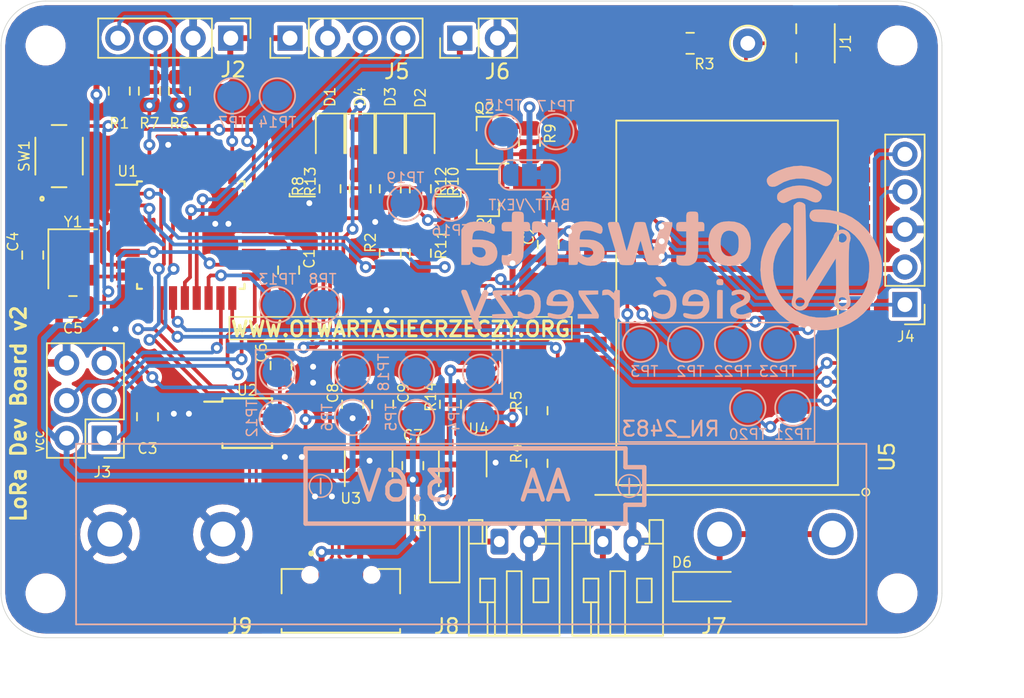
<source format=kicad_pcb>
(kicad_pcb (version 20171130) (host pcbnew "(5.1.9)-1")
  (layers (0 F.Cu signal) (31 B.Cu signal) (34 B.Paste user) (35 F.Paste user) (36 B.SilkS user) (37 F.SilkS user) (38 B.Mask user) (39 F.Mask user) (44 Edge.Cuts user))
  (net 0 "")
  (net 1 GND)
  (net 2 +BATT)
  (net 3 "Net-(C1-Pad2)")
  (net 4 VCC)
  (net 5 RST)
  (net 6 DTR)
  (net 7 XTAL1)
  (net 8 XTAL2)
  (net 9 VBUS)
  (net 10 "Net-(D1-Pad2)")
  (net 11 "Net-(D2-Pad2)")
  (net 12 "Net-(D3-Pad2)")
  (net 13 "Net-(D4-Pad1)")
  (net 14 "Net-(D4-Pad2)")
  (net 15 "Net-(D5-Pad2)")
  (net 16 "Net-(J1-Pad2)")
  (net 17 A4\SDA)
  (net 18 A5\SCL)
  (net 19 D12\MISO)
  (net 20 D13\SCK)
  (net 21 D11\MOSI)
  (net 22 D4\RST_RN)
  (net 23 PGD_INT)
  (net 24 PGC_INT)
  (net 25 D9\Tx)
  (net 26 D8\Rx)
  (net 27 "Net-(J6-Pad1)")
  (net 28 D+)
  (net 29 "Net-(J9-Pad4)")
  (net 30 D-)
  (net 31 "Net-(JP5-Pad3)")
  (net 32 "Net-(JP5-Pad2)")
  (net 33 "Net-(Q1-Pad1)")
  (net 34 "Net-(R3-Pad1)")
  (net 35 A0)
  (net 36 "Net-(R8-Pad1)")
  (net 37 D2\LED)
  (net 38 D3\MOSFET)
  (net 39 "Net-(R14-Pad1)")
  (net 40 "Net-(TP2-Pad1)")
  (net 41 "Net-(TP3-Pad1)")
  (net 42 A2)
  (net 43 D5)
  (net 44 D10)
  (net 45 A1)
  (net 46 D6\RN_TX)
  (net 47 D7\RN_RX)
  (net 48 "Net-(U1-Pad19)")
  (net 49 "Net-(U1-Pad22)")
  (net 50 "Net-(U1-Pad26)")
  (net 51 RxD)
  (net 52 TxD)
  (net 53 "Net-(U2-Pad5)")
  (net 54 "Net-(U3-Pad4)")
  (net 55 "Net-(U5-Pad37)")
  (net 56 "Net-(U5-Pad38)")
  (net 57 "Net-(U5-Pad39)")
  (net 58 "Net-(U5-Pad40)")
  (net 59 "Net-(U5-Pad43)")
  (net 60 "Net-(U5-Pad44)")
  (net 61 "Net-(U5-Pad45)")
  (net 62 "Net-(U5-Pad46)")
  (net 63 "Net-(U5-Pad2)")
  (net 64 "Net-(U5-Pad3)")
  (net 65 "Net-(U5-Pad13)")
  (net 66 "Net-(U5-Pad14)")
  (net 67 "Net-(Q2-Pad1)")
  (net 68 "Net-(TP20-Pad1)")
  (net 69 "Net-(TP21-Pad1)")
  (net 70 "Net-(TP22-Pad1)")
  (net 71 "Net-(TP23-Pad1)")
  (module OSR_BOARD:2915_keystone (layer B.Cu) (at 150.5 103 180)
    (fp_text reference BT1 hide)
    (fp_text value KOSZYK)
    (fp_text user "AA   3.6V" (at 1.782 3.25) (layer B.SilkS) (effects (font (size 2 2) (thickness 0.3)) (justify mirror)))
    (pad 2 thru_hole circle (at 18.034 0 180) (size 3 3) (drill 1.7) (layers *.Cu *.Mask) (net 1 GND))
    (pad 2 thru_hole circle (at 25.654 0 180) (size 3 3) (drill 1.7) (layers *.Cu *.Mask) (net 1 GND))
    (pad 1 thru_hole circle (at -15.494 0 180) (size 3 3) (drill 1.7) (layers *.Cu *.Mask) (net 2 +BATT))
    (pad 1 thru_hole circle (at -23.114 0 180) (size 2.85 2.85) (drill 1.8) (layers *.Cu *.Mask) (net 2 +BATT))
  )
  (module OSR_BOARD:OSR_Horizontal_12x29 (layer B.Cu) (at 162.687 83.82 180)
    (fp_text reference Ref** hide)
    (fp_text value Val** hide)
  )
  (module OSR_BOARD:WE_629105136821 (layer F.Cu) (at 140.431 108.204)
    (fp_text reference J9 (at -6.827 1.016) (layer F.SilkS))
    (fp_text value USB_B_Micro)
    (pad None np_thru_hole circle (at 2.075 -2.45) (size 0.7 0.7) (drill 0.7) (layers *.Cu *.Mask))
    (pad None np_thru_hole circle (at -2.075 -2.45) (size 0.7 0.7) (drill 0.7) (layers *.Cu *.Mask))
    (pad 6 smd rect (at -4 0) (size 1.8 1.9) (layers F.Cu F.Paste F.Mask) (net 1 GND))
    (pad 6 smd rect (at -1.2 0) (size 1.9 1.9) (layers F.Cu F.Paste F.Mask) (net 1 GND))
    (pad 6 smd rect (at 1.2 0) (size 1.9 1.9) (layers F.Cu F.Paste F.Mask) (net 1 GND))
    (pad 6 smd rect (at 4 0) (size 1.8 1.9) (layers F.Cu F.Paste F.Mask) (net 1 GND))
    (pad 5 smd rect (at 1.3 -2.675) (size 0.4 1.35) (layers F.Cu F.Paste F.Mask) (net 1 GND))
    (pad 1 smd rect (at -1.3 -2.675) (size 0.4 1.35) (layers F.Cu F.Paste F.Mask) (net 9 VBUS))
    (pad 2 smd rect (at -0.65 -2.675) (size 0.4 1.35) (layers F.Cu F.Paste F.Mask) (net 30 D-))
    (pad 4 smd rect (at 0.65 -2.675) (size 0.4 1.35) (layers F.Cu F.Paste F.Mask) (net 29 "Net-(J9-Pad4)"))
    (pad 3 smd rect (at 0 -2.675) (size 0.4 1.35) (layers F.Cu F.Paste F.Mask) (net 28 D+))
  )
  (module OSR_BOARD:RM095 (layer F.Cu) (at 166.5 87 180)
    (fp_text reference U5 (at -10.792 -10.79 90) (layer F.SilkS))
    (fp_text value RN2483)
    (pad 21 smd rect (at -3.81 13.335 180) (size 1.016 1.524) (layers F.Cu F.Paste F.Mask) (net 1 GND))
    (pad 22 smd rect (at -2.54 13.335 180) (size 1.016 1.524) (layers F.Cu F.Paste F.Mask) (net 1 GND))
    (pad 23 smd rect (at -1.27 13.335 180) (size 1.016 1.524) (layers F.Cu F.Paste F.Mask) (net 16 "Net-(J1-Pad2)"))
    (pad 24 smd rect (at 0 13.335 180) (size 1.016 1.524) (layers F.Cu F.Paste F.Mask) (net 1 GND))
    (pad 25 smd rect (at 1.27 13.335 180) (size 1.016 1.524) (layers F.Cu F.Paste F.Mask) (net 34 "Net-(R3-Pad1)"))
    (pad 26 smd rect (at 2.54 13.335 180) (size 1.016 1.524) (layers F.Cu F.Paste F.Mask) (net 1 GND))
    (pad 27 smd rect (at 3.81 13.335 180) (size 1.016 1.524) (layers F.Cu F.Paste F.Mask) (net 1 GND))
    (pad 28 smd rect (at 8.89 12.065 180) (size 1.524 1.016) (layers F.Cu F.Paste F.Mask) (net 1 GND))
    (pad 29 smd rect (at 8.89 10.795 180) (size 1.524 1.016) (layers F.Cu F.Paste F.Mask))
    (pad 30 smd rect (at 8.89 9.525 180) (size 1.524 1.016) (layers F.Cu F.Paste F.Mask) (net 24 PGC_INT))
    (pad 31 smd rect (at 8.89 8.255 180) (size 1.524 1.016) (layers F.Cu F.Paste F.Mask) (net 23 PGD_INT))
    (pad 32 smd rect (at 8.89 6.985 180) (size 1.524 1.016) (layers F.Cu F.Paste F.Mask) (net 22 D4\RST_RN))
    (pad 33 smd rect (at 8.89 5.715 180) (size 1.524 1.016) (layers F.Cu F.Paste F.Mask) (net 1 GND))
    (pad 34 smd rect (at 8.89 4.445 180) (size 1.524 1.016) (layers F.Cu F.Paste F.Mask) (net 4 VCC))
    (pad 35 smd rect (at 8.89 3.175 180) (size 1.524 1.016) (layers F.Cu F.Paste F.Mask) (net 40 "Net-(TP2-Pad1)"))
    (pad 36 smd rect (at 8.89 1.905 180) (size 1.524 1.016) (layers F.Cu F.Paste F.Mask) (net 41 "Net-(TP3-Pad1)"))
    (pad 37 smd rect (at 8.89 0.635 180) (size 1.524 1.016) (layers F.Cu F.Paste F.Mask) (net 55 "Net-(U5-Pad37)"))
    (pad 38 smd rect (at 8.89 -0.635 180) (size 1.524 1.016) (layers F.Cu F.Paste F.Mask) (net 56 "Net-(U5-Pad38)"))
    (pad 39 smd rect (at 8.89 -1.905 180) (size 1.524 1.016) (layers F.Cu F.Paste F.Mask) (net 57 "Net-(U5-Pad39)"))
    (pad 40 smd rect (at 8.89 -3.175 180) (size 1.524 1.016) (layers F.Cu F.Paste F.Mask) (net 58 "Net-(U5-Pad40)"))
    (pad 41 smd rect (at 8.89 -4.445 180) (size 1.524 1.016) (layers F.Cu F.Paste F.Mask) (net 1 GND))
    (pad 42 smd rect (at 8.89 -5.715 180) (size 1.524 1.016) (layers F.Cu F.Paste F.Mask))
    (pad 43 smd rect (at 8.89 -6.985 180) (size 1.524 1.016) (layers F.Cu F.Paste F.Mask) (net 59 "Net-(U5-Pad43)"))
    (pad 44 smd rect (at 8.89 -8.255 180) (size 1.524 1.016) (layers F.Cu F.Paste F.Mask) (net 60 "Net-(U5-Pad44)"))
    (pad 45 smd rect (at 8.89 -9.525 180) (size 1.524 1.016) (layers F.Cu F.Paste F.Mask) (net 61 "Net-(U5-Pad45)"))
    (pad 46 smd rect (at 8.89 -10.795 180) (size 1.524 1.016) (layers F.Cu F.Paste F.Mask) (net 62 "Net-(U5-Pad46)"))
    (pad 47 smd rect (at 8.89 -12.065 180) (size 1.524 1.016) (layers F.Cu F.Paste F.Mask) (net 1 GND))
    (pad 1 smd rect (at -8.89 -12.065 180) (size 1.524 1.016) (layers F.Cu F.Paste F.Mask) (net 1 GND))
    (pad 2 smd rect (at -8.89 -10.795 180) (size 1.524 1.016) (layers F.Cu F.Paste F.Mask) (net 63 "Net-(U5-Pad2)"))
    (pad 3 smd rect (at -8.89 -9.525 180) (size 1.524 1.016) (layers F.Cu F.Paste F.Mask) (net 64 "Net-(U5-Pad3)"))
    (pad 4 smd rect (at -8.89 -8.255 180) (size 1.524 1.016) (layers F.Cu F.Paste F.Mask) (net 68 "Net-(TP20-Pad1)"))
    (pad 5 smd rect (at -8.89 -6.985 180) (size 1.524 1.016) (layers F.Cu F.Paste F.Mask) (net 69 "Net-(TP21-Pad1)"))
    (pad 6 smd rect (at -8.89 -5.715 180) (size 1.524 1.016) (layers F.Cu F.Paste F.Mask) (net 46 D6\RN_TX))
    (pad 7 smd rect (at -8.89 -4.445 180) (size 1.524 1.016) (layers F.Cu F.Paste F.Mask) (net 47 D7\RN_RX))
    (pad 8 smd rect (at -8.89 -3.175 180) (size 1.524 1.016) (layers F.Cu F.Paste F.Mask) (net 1 GND))
    (pad 9 smd rect (at -8.89 -1.905 180) (size 1.524 1.016) (layers F.Cu F.Paste F.Mask) (net 71 "Net-(TP23-Pad1)"))
    (pad 10 smd rect (at -8.89 -0.635 180) (size 1.524 1.016) (layers F.Cu F.Paste F.Mask) (net 70 "Net-(TP22-Pad1)"))
    (pad 11 smd rect (at -8.89 0.635 180) (size 1.524 1.016) (layers F.Cu F.Paste F.Mask) (net 1 GND))
    (pad 12 smd rect (at -8.89 1.905 180) (size 1.524 1.016) (layers F.Cu F.Paste F.Mask) (net 4 VCC))
    (pad 13 smd rect (at -8.89 3.175 180) (size 1.524 1.016) (layers F.Cu F.Paste F.Mask) (net 65 "Net-(U5-Pad13)"))
    (pad 14 smd rect (at -8.89 4.445 180) (size 1.524 1.016) (layers F.Cu F.Paste F.Mask) (net 66 "Net-(U5-Pad14)"))
    (pad 15 smd rect (at -8.89 5.715 180) (size 1.524 1.016) (layers F.Cu F.Paste F.Mask))
    (pad 16 smd rect (at -8.89 6.985 180) (size 1.524 1.016) (layers F.Cu F.Paste F.Mask))
    (pad 17 smd rect (at -8.89 8.255 180) (size 1.524 1.016) (layers F.Cu F.Paste F.Mask))
    (pad 18 smd rect (at -8.89 9.525 180) (size 1.524 1.016) (layers F.Cu F.Paste F.Mask))
    (pad 19 smd rect (at -8.89 10.795 180) (size 1.524 1.016) (layers F.Cu F.Paste F.Mask))
    (pad 20 smd rect (at -8.89 12.065 180) (size 1.524 1.016) (layers F.Cu F.Paste F.Mask) (net 1 GND))
  )
  (module TestPoint:TestPoint_Pad_D2.0mm (layer B.Cu) (at 149.86 95.123)
    (fp_text reference TP4 (at -1.778 0 90) (layer B.SilkS) (effects (font (size 0.7 0.7) (thickness 0.1)) (justify mirror)))
    (fp_text value VBAT)
    (pad 1 smd circle (at 0 0) (size 2 2) (layers B.Cu B.Mask) (net 2 +BATT))
  )
  (module Capacitor_SMD:C_0805_2012Metric (layer F.Cu) (at 136.906 85.1685 90)
    (fp_text reference C1 (at 0.777 1.397 90) (layer F.SilkS) (effects (font (size 0.7 0.7) (thickness 0.1))))
    (fp_text value 100nF)
    (pad 2 smd roundrect (at 0.9375 0 90) (size 0.975 1.4) (layers F.Cu F.Paste F.Mask) (net 3 "Net-(C1-Pad2)"))
    (pad 1 smd roundrect (at -0.9375 0 90) (size 0.975 1.4) (layers F.Cu F.Paste F.Mask) (net 1 GND))
  )
  (module Capacitor_SMD:C_0805_2012Metric (layer F.Cu) (at 154.432 83.439 90)
    (fp_text reference C2 (at 0.635 -1.3335 90) (layer F.SilkS) (effects (font (size 0.7 0.7) (thickness 0.1))))
    (fp_text value 100nF)
    (pad 1 smd roundrect (at -0.9375 0 90) (size 0.975 1.4) (layers F.Cu F.Paste F.Mask) (net 1 GND))
    (pad 2 smd roundrect (at 0.9375 0 90) (size 0.975 1.4) (layers F.Cu F.Paste F.Mask) (net 4 VCC))
  )
  (module Capacitor_SMD:C_0805_2012Metric (layer F.Cu) (at 127.381 95.0745 90)
    (fp_text reference C3 (at -2.144 0 180) (layer F.SilkS) (effects (font (size 0.7 0.7) (thickness 0.1))))
    (fp_text value 100nF)
    (pad 2 smd roundrect (at 0.9375 0 90) (size 0.975 1.4) (layers F.Cu F.Paste F.Mask) (net 5 RST))
    (pad 1 smd roundrect (at -0.9375 0 90) (size 0.975 1.4) (layers F.Cu F.Paste F.Mask) (net 6 DTR))
  )
  (module Capacitor_SMD:C_0805_2012Metric (layer F.Cu) (at 119.634 84.1525 90)
    (fp_text reference C4 (at 0.904 -1.3335 90) (layer F.SilkS) (effects (font (size 0.7 0.7) (thickness 0.1))))
    (fp_text value 22pF)
    (pad 2 smd roundrect (at 0.9375 0 90) (size 0.975 1.4) (layers F.Cu F.Paste F.Mask) (net 7 XTAL1))
    (pad 1 smd roundrect (at -0.9375 0 90) (size 0.975 1.4) (layers F.Cu F.Paste F.Mask) (net 1 GND))
  )
  (module Capacitor_SMD:C_0805_2012Metric (layer F.Cu) (at 122.3495 87.63 180)
    (fp_text reference C5 (at 0 -1.4605) (layer F.SilkS) (effects (font (size 0.7 0.7) (thickness 0.1))))
    (fp_text value 22pF)
    (pad 1 smd roundrect (at -0.9375 0 180) (size 0.975 1.4) (layers F.Cu F.Paste F.Mask) (net 8 XTAL2))
    (pad 2 smd roundrect (at 0.9375 0 180) (size 0.975 1.4) (layers F.Cu F.Paste F.Mask) (net 1 GND))
  )
  (module Capacitor_SMD:C_0805_2012Metric (layer F.Cu) (at 136.398 91.6155 90)
    (fp_text reference C6 (at 0.874 -1.3335 90) (layer F.SilkS) (effects (font (size 0.7 0.7) (thickness 0.1))))
    (fp_text value 100nF)
    (pad 1 smd roundrect (at -0.9375 0 90) (size 0.975 1.4) (layers F.Cu F.Paste F.Mask) (net 4 VCC))
    (pad 2 smd roundrect (at 0.9375 0 90) (size 0.975 1.4) (layers F.Cu F.Paste F.Mask) (net 1 GND))
  )
  (module Capacitor_SMD:C_0805_2012Metric (layer F.Cu) (at 145.288 98.3765 90)
    (fp_text reference C7 (at 2.047 0 180) (layer F.SilkS) (effects (font (size 0.7 0.7) (thickness 0.1))))
    (fp_text value 1uF)
    (pad 1 smd roundrect (at -0.9375 0 90) (size 0.975 1.4) (layers F.Cu F.Paste F.Mask) (net 9 VBUS))
    (pad 2 smd roundrect (at 0.9375 0 90) (size 0.975 1.4) (layers F.Cu F.Paste F.Mask) (net 1 GND))
  )
  (module Capacitor_SMD:C_0805_2012Metric (layer F.Cu) (at 141.224 94.234 90)
    (fp_text reference C8 (at 0.762 -1.3335 90) (layer F.SilkS) (effects (font (size 0.7 0.7) (thickness 0.1))))
    (fp_text value "NC 0805")
    (pad 2 smd roundrect (at 0.9375 0 90) (size 0.975 1.4) (layers F.Cu F.Paste F.Mask) (net 1 GND))
    (pad 1 smd roundrect (at -0.9375 0 90) (size 0.975 1.4) (layers F.Cu F.Paste F.Mask) (net 4 VCC))
  )
  (module Capacitor_SMD:C_0805_2012Metric (layer F.Cu) (at 143.256 94.234 90)
    (fp_text reference C9 (at 0.762 1.397 90) (layer F.SilkS) (effects (font (size 0.7 0.7) (thickness 0.1))))
    (fp_text value 1uF)
    (pad 1 smd roundrect (at -0.9375 0 90) (size 0.975 1.4) (layers F.Cu F.Paste F.Mask) (net 4 VCC))
    (pad 2 smd roundrect (at 0.9375 0 90) (size 0.975 1.4) (layers F.Cu F.Paste F.Mask) (net 1 GND))
  )
  (module LED_SMD:LED_0805_2012Metric (layer F.Cu) (at 139.7 76.2785 270)
    (fp_text reference D1 (at -2.809 0 90) (layer F.SilkS) (effects (font (size 0.7 0.7) (thickness 0.1))))
    (fp_text value Y)
    (pad 2 smd roundrect (at 0.9375 0 270) (size 0.975 1.4) (layers F.Cu F.Paste F.Mask) (net 10 "Net-(D1-Pad2)"))
    (pad 1 smd roundrect (at -0.9375 0 270) (size 0.975 1.4) (layers F.Cu F.Paste F.Mask) (net 1 GND))
  )
  (module LED_SMD:LED_0805_2012Metric (layer F.Cu) (at 145.796 76.2785 270)
    (fp_text reference D2 (at -2.7455 0 90) (layer F.SilkS) (effects (font (size 0.7 0.7) (thickness 0.1))))
    (fp_text value GREEN)
    (pad 2 smd roundrect (at 0.9375 0 270) (size 0.975 1.4) (layers F.Cu F.Paste F.Mask) (net 11 "Net-(D2-Pad2)"))
    (pad 1 smd roundrect (at -0.9375 0 270) (size 0.975 1.4) (layers F.Cu F.Paste F.Mask) (net 1 GND))
  )
  (module LED_SMD:LED_0805_2012Metric (layer F.Cu) (at 143.764 76.2785 270)
    (fp_text reference D3 (at -2.809 0 90) (layer F.SilkS) (effects (font (size 0.7 0.7) (thickness 0.1))))
    (fp_text value RED)
    (pad 1 smd roundrect (at -0.9375 0 270) (size 0.975 1.4) (layers F.Cu F.Paste F.Mask) (net 1 GND))
    (pad 2 smd roundrect (at 0.9375 0 270) (size 0.975 1.4) (layers F.Cu F.Paste F.Mask) (net 12 "Net-(D3-Pad2)"))
  )
  (module LED_SMD:LED_0805_2012Metric (layer F.Cu) (at 141.732 76.2785 270)
    (fp_text reference D4 (at -2.809 0 90) (layer F.SilkS) (effects (font (size 0.7 0.7) (thickness 0.1))))
    (fp_text value YELLOW)
    (pad 1 smd roundrect (at -0.9375 0 270) (size 0.975 1.4) (layers F.Cu F.Paste F.Mask) (net 13 "Net-(D4-Pad1)"))
    (pad 2 smd roundrect (at 0.9375 0 270) (size 0.975 1.4) (layers F.Cu F.Paste F.Mask) (net 14 "Net-(D4-Pad2)"))
  )
  (module MountingHole:MountingHole_2.2mm_M2_DIN965 (layer F.Cu) (at 120.5 107)
    (fp_text reference H1 hide)
    (fp_text value MountingHole)
    (pad 1 np_thru_hole circle (at 0 0) (size 2.2 2.2) (drill 2.2) (layers *.Cu *.Mask))
  )
  (module MountingHole:MountingHole_2.2mm_M2_DIN965 (layer F.Cu) (at 178 70)
    (fp_text reference H2 hide)
    (fp_text value MountingHole)
    (pad 1 np_thru_hole circle (at 0 0) (size 2.2 2.2) (drill 2.2) (layers *.Cu *.Mask))
  )
  (module MountingHole:MountingHole_2.2mm_M2_DIN965 (layer F.Cu) (at 120.5 70)
    (fp_text reference H3 hide)
    (fp_text value MountingHole)
    (pad 1 np_thru_hole circle (at 0 0) (size 2.2 2.2) (drill 2.2) (layers *.Cu *.Mask))
  )
  (module MountingHole:MountingHole_2.2mm_M2_DIN965 (layer F.Cu) (at 178 107)
    (fp_text reference H4 hide)
    (fp_text value MountingHole)
    (pad 1 np_thru_hole circle (at 0 0) (size 2.2 2.2) (drill 2.2) (layers *.Cu *.Mask))
  )
  (module Connector_PinHeader_2.54mm:PinHeader_1x04_P2.54mm_Vertical (layer F.Cu) (at 133 69.5 270)
    (fp_text reference J2 (at 2.128 -0.1595 180) (layer F.SilkS))
    (fp_text value I2C)
    (pad 4 thru_hole oval (at 0 7.62 270) (size 1.7 1.7) (drill 1) (layers *.Cu *.Mask) (net 17 A4\SDA))
    (pad 3 thru_hole oval (at 0 5.08 270) (size 1.7 1.7) (drill 1) (layers *.Cu *.Mask) (net 18 A5\SCL))
    (pad 2 thru_hole oval (at 0 2.54 270) (size 1.7 1.7) (drill 1) (layers *.Cu *.Mask) (net 1 GND))
    (pad 1 thru_hole rect (at 0 0 270) (size 1.7 1.7) (drill 1) (layers *.Cu *.Mask) (net 4 VCC))
  )
  (module Connector_PinHeader_2.54mm:PinHeader_2x03_P2.54mm_Vertical (layer F.Cu) (at 124.46 96.52 180)
    (fp_text reference J3 (at 0.127 -2.286) (layer F.SilkS) (effects (font (size 0.7 0.7) (thickness 0.1))))
    (fp_text value ISP_ATM)
    (pad 1 thru_hole rect (at 0 0 180) (size 1.7 1.7) (drill 1) (layers *.Cu *.Mask) (net 19 D12\MISO))
    (pad 2 thru_hole oval (at 2.54 0 180) (size 1.7 1.7) (drill 1) (layers *.Cu *.Mask) (net 4 VCC))
    (pad 3 thru_hole oval (at 0 2.54 180) (size 1.7 1.7) (drill 1) (layers *.Cu *.Mask) (net 20 D13\SCK))
    (pad 4 thru_hole oval (at 2.54 2.54 180) (size 1.7 1.7) (drill 1) (layers *.Cu *.Mask) (net 21 D11\MOSI))
    (pad 5 thru_hole oval (at 0 5.08 180) (size 1.7 1.7) (drill 1) (layers *.Cu *.Mask) (net 5 RST))
    (pad 6 thru_hole oval (at 2.54 5.08 180) (size 1.7 1.7) (drill 1) (layers *.Cu *.Mask) (net 1 GND))
  )
  (module Connector_PinHeader_2.54mm:PinHeader_1x05_P2.54mm_Vertical (layer F.Cu) (at 178.5 87.5 180)
    (fp_text reference J4 (at -0.062 -2.162) (layer F.SilkS) (effects (font (size 0.7 0.7) (thickness 0.1))))
    (fp_text value ISP_RN)
    (pad 1 thru_hole rect (at 0 0 180) (size 1.7 1.7) (drill 1) (layers *.Cu *.Mask) (net 22 D4\RST_RN))
    (pad 2 thru_hole oval (at 0 2.54 180) (size 1.7 1.7) (drill 1) (layers *.Cu *.Mask) (net 4 VCC))
    (pad 3 thru_hole oval (at 0 5.08 180) (size 1.7 1.7) (drill 1) (layers *.Cu *.Mask) (net 1 GND))
    (pad 4 thru_hole oval (at 0 7.62 180) (size 1.7 1.7) (drill 1) (layers *.Cu *.Mask) (net 23 PGD_INT))
    (pad 5 thru_hole oval (at 0 10.16 180) (size 1.7 1.7) (drill 1) (layers *.Cu *.Mask) (net 24 PGC_INT))
  )
  (module Connector_PinHeader_2.54mm:PinHeader_1x04_P2.54mm_Vertical (layer F.Cu) (at 137 69.5 90)
    (fp_text reference J5 (at -2.255 7.2085) (layer F.SilkS))
    (fp_text value UART)
    (pad 1 thru_hole rect (at 0 0 90) (size 1.7 1.7) (drill 1) (layers *.Cu *.Mask) (net 4 VCC))
    (pad 2 thru_hole oval (at 0 2.54 90) (size 1.7 1.7) (drill 1) (layers *.Cu *.Mask) (net 1 GND))
    (pad 3 thru_hole oval (at 0 5.08 90) (size 1.7 1.7) (drill 1) (layers *.Cu *.Mask) (net 25 D9\Tx))
    (pad 4 thru_hole oval (at 0 7.62 90) (size 1.7 1.7) (drill 1) (layers *.Cu *.Mask) (net 26 D8\Rx))
  )
  (module Connector_PinHeader_2.54mm:PinHeader_1x02_P2.54mm_Vertical (layer F.Cu) (at 148.46 69.5 90)
    (fp_text reference J6 (at -2.255 2.543 180) (layer F.SilkS))
    (fp_text value OUT)
    (pad 1 thru_hole rect (at 0 0 90) (size 1.7 1.7) (drill 1) (layers *.Cu *.Mask) (net 27 "Net-(J6-Pad1)"))
    (pad 2 thru_hole oval (at 0 2.54 90) (size 1.7 1.7) (drill 1) (layers *.Cu *.Mask) (net 1 GND))
  )
  (module Jumper:SolderJumper-3_P1.3mm_Bridged12_RoundedPad1.0x1.5mm (layer B.Cu) (at 153.162 78.74 180)
    (fp_text reference JP5 hide)
    (fp_text value BATT/VEXT (at 0 -2.032) (layer B.SilkS) (effects (font (size 0.7 0.7) (thickness 0.1)) (justify mirror)))
    (fp_poly (pts (xy -0.9 0.3) (xy -0.4 0.3) (xy -0.4 -0.3) (xy -0.9 -0.3)) (layer B.Cu) (width 0))
    (pad 3 smd custom (at 1.3 0 180) (size 1 0.5) (layers B.Cu B.Mask) (net 31 "Net-(JP5-Pad3)") (options (clearance outline) (anchor rect)) (primitives (gr_circle (center 0 -0.25) (end 0.5 -0.25) (width 0)) (gr_circle (center 0 0.25) (end 0.5 0.25) (width 0)) (gr_poly (pts (xy -0.55 0.75) (xy 0 0.75) (xy 0 -0.75) (xy -0.55 -0.75)) (width 0))))
    (pad 2 smd rect (at 0 0 180) (size 1 1.5) (layers B.Cu B.Mask) (net 32 "Net-(JP5-Pad2)"))
    (pad 1 smd custom (at -1.3 0 180) (size 1 0.5) (layers B.Cu B.Mask) (net 2 +BATT) (options (clearance outline) (anchor rect)) (primitives (gr_circle (center 0 -0.25) (end 0.5 -0.25) (width 0)) (gr_circle (center 0 0.25) (end 0.5 0.25) (width 0)) (gr_poly (pts (xy 0.55 0.75) (xy 0 0.75) (xy 0 -0.75) (xy 0.55 -0.75)) (width 0))))
  )
  (module Package_TO_SOT_SMD:SOT-23 (layer F.Cu) (at 150.352 76.3905 180)
    (fp_text reference Q1 (at 0.1745 -5.715) (layer F.SilkS) (effects (font (size 0.7 0.7) (thickness 0.1))))
    (fp_text value YJL2301F)
    (pad 1 smd rect (at -1 -0.95 180) (size 0.9 0.8) (layers F.Cu F.Paste F.Mask) (net 33 "Net-(Q1-Pad1)"))
    (pad 2 smd rect (at -1 0.95 180) (size 0.9 0.8) (layers F.Cu F.Paste F.Mask) (net 32 "Net-(JP5-Pad2)"))
    (pad 3 smd rect (at 1 0 180) (size 0.9 0.8) (layers F.Cu F.Paste F.Mask) (net 27 "Net-(J6-Pad1)"))
  )
  (module Resistor_SMD:R_0805_2012Metric (layer F.Cu) (at 125.476 73.0735 270)
    (fp_text reference R1 (at 2.174 0 180) (layer F.SilkS) (effects (font (size 0.7 0.7) (thickness 0.1))))
    (fp_text value 10k)
    (pad 1 smd roundrect (at -0.9375 0 270) (size 0.975 1.4) (layers F.Cu F.Paste F.Mask) (net 4 VCC))
    (pad 2 smd roundrect (at 0.9375 0 270) (size 0.975 1.4) (layers F.Cu F.Paste F.Mask) (net 5 RST))
  )
  (module Resistor_SMD:R_0805_2012Metric (layer F.Cu) (at 143.764 84.0255 270)
    (fp_text reference R2 (at -0.7135 1.3335 90) (layer F.SilkS) (effects (font (size 0.7 0.7) (thickness 0.1))))
    (fp_text value 10k)
    (pad 2 smd roundrect (at 0.9375 0 270) (size 0.975 1.4) (layers F.Cu F.Paste F.Mask) (net 22 D4\RST_RN))
    (pad 1 smd roundrect (at -0.9375 0 270) (size 0.975 1.4) (layers F.Cu F.Paste F.Mask) (net 4 VCC))
  )
  (module Resistor_SMD:R_0805_2012Metric (layer F.Cu) (at 164.0055 69.85 180)
    (fp_text reference R3 (at -0.9675 -1.397) (layer F.SilkS) (effects (font (size 0.7 0.7) (thickness 0.1))))
    (fp_text value 51)
    (pad 1 smd roundrect (at -0.9375 0 180) (size 0.975 1.4) (layers F.Cu F.Paste F.Mask) (net 34 "Net-(R3-Pad1)"))
    (pad 2 smd roundrect (at 0.9375 0 180) (size 0.975 1.4) (layers F.Cu F.Paste F.Mask) (net 1 GND))
  )
  (module Resistor_SMD:R_0805_2012Metric (layer F.Cu) (at 153.67 98.2195 90)
    (fp_text reference R4 (at 0.6835 -1.397 90) (layer F.SilkS) (effects (font (size 0.7 0.7) (thickness 0.1))))
    (fp_text value 100k)
    (pad 1 smd roundrect (at -0.9375 0 90) (size 0.975 1.4) (layers F.Cu F.Paste F.Mask) (net 2 +BATT))
    (pad 2 smd roundrect (at 0.9375 0 90) (size 0.975 1.4) (layers F.Cu F.Paste F.Mask) (net 35 A0))
  )
  (module Resistor_SMD:R_0805_2012Metric (layer F.Cu) (at 153.67 94.6635 90)
    (fp_text reference R5 (at 0.6835 -1.397 90) (layer F.SilkS) (effects (font (size 0.7 0.7) (thickness 0.1))))
    (fp_text value 33k)
    (pad 2 smd roundrect (at 0.9375 0 90) (size 0.975 1.4) (layers F.Cu F.Paste F.Mask) (net 1 GND))
    (pad 1 smd roundrect (at -0.9375 0 90) (size 0.975 1.4) (layers F.Cu F.Paste F.Mask) (net 35 A0))
  )
  (module Resistor_SMD:R_0805_2012Metric (layer F.Cu) (at 129.54 73.0735 270)
    (fp_text reference R6 (at 2.174 0 180) (layer F.SilkS) (effects (font (size 0.7 0.7) (thickness 0.1))))
    (fp_text value 10k)
    (pad 2 smd roundrect (at 0.9375 0 270) (size 0.975 1.4) (layers F.Cu F.Paste F.Mask) (net 17 A4\SDA))
    (pad 1 smd roundrect (at -0.9375 0 270) (size 0.975 1.4) (layers F.Cu F.Paste F.Mask) (net 4 VCC))
  )
  (module Resistor_SMD:R_0805_2012Metric (layer F.Cu) (at 127.508 73.0735 270)
    (fp_text reference R7 (at 2.174 0 180) (layer F.SilkS) (effects (font (size 0.7 0.7) (thickness 0.1))))
    (fp_text value 10k)
    (pad 1 smd roundrect (at -0.9375 0 270) (size 0.975 1.4) (layers F.Cu F.Paste F.Mask) (net 4 VCC))
    (pad 2 smd roundrect (at 0.9375 0 270) (size 0.975 1.4) (layers F.Cu F.Paste F.Mask) (net 18 A5\SCL))
  )
  (module Resistor_SMD:R_0805_2012Metric (layer F.Cu) (at 139.7 79.6775 90)
    (fp_text reference R8 (at 0.1755 -2.159 270) (layer F.SilkS) (effects (font (size 0.7 0.7) (thickness 0.1))))
    (fp_text value 1k)
    (pad 2 smd roundrect (at 0.9375 0 90) (size 0.975 1.4) (layers F.Cu F.Paste F.Mask) (net 10 "Net-(D1-Pad2)"))
    (pad 1 smd roundrect (at -0.9375 0 90) (size 0.975 1.4) (layers F.Cu F.Paste F.Mask) (net 36 "Net-(R8-Pad1)"))
  )
  (module Resistor_SMD:R_0805_2012Metric (layer F.Cu) (at 153.162 76.5325 270)
    (fp_text reference R9 (at -0.5865 -1.397 90) (layer F.SilkS) (effects (font (size 0.7 0.7) (thickness 0.1))))
    (fp_text value 10k)
    (pad 2 smd roundrect (at 0.9375 0 270) (size 0.975 1.4) (layers F.Cu F.Paste F.Mask) (net 33 "Net-(Q1-Pad1)"))
    (pad 1 smd roundrect (at -0.9375 0 270) (size 0.975 1.4) (layers F.Cu F.Paste F.Mask) (net 32 "Net-(JP5-Pad2)"))
  )
  (module Resistor_SMD:R_0805_2012Metric (layer F.Cu) (at 145.796 79.6775 270)
    (fp_text reference R10 (at -0.493 -2.2225 270) (layer F.SilkS) (effects (font (size 0.7 0.7) (thickness 0.1))))
    (fp_text value 1k)
    (pad 1 smd roundrect (at -0.9375 0 270) (size 0.975 1.4) (layers F.Cu F.Paste F.Mask) (net 11 "Net-(D2-Pad2)"))
    (pad 2 smd roundrect (at 0.9375 0 270) (size 0.975 1.4) (layers F.Cu F.Paste F.Mask) (net 37 D2\LED))
  )
  (module Resistor_SMD:R_0805_2012Metric (layer F.Cu) (at 145.796 84.0255 270)
    (fp_text reference R11 (at -0.5865 -1.397 90) (layer F.SilkS) (effects (font (size 0.7 0.7) (thickness 0.1))))
    (fp_text value 1k)
    (pad 1 smd roundrect (at -0.9375 0 270) (size 0.975 1.4) (layers F.Cu F.Paste F.Mask) (net 67 "Net-(Q2-Pad1)"))
    (pad 2 smd roundrect (at 0.9375 0 270) (size 0.975 1.4) (layers F.Cu F.Paste F.Mask) (net 38 D3\MOSFET))
  )
  (module Resistor_SMD:R_0805_2012Metric (layer F.Cu) (at 143.764 79.6775 270)
    (fp_text reference R12 (at -0.493 -3.429 270) (layer F.SilkS) (effects (font (size 0.7 0.7) (thickness 0.1))))
    (fp_text value 1k)
    (pad 2 smd roundrect (at 0.9375 0 270) (size 0.975 1.4) (layers F.Cu F.Paste F.Mask) (net 4 VCC))
    (pad 1 smd roundrect (at -0.9375 0 270) (size 0.975 1.4) (layers F.Cu F.Paste F.Mask) (net 12 "Net-(D3-Pad2)"))
  )
  (module Resistor_SMD:R_0805_2012Metric (layer F.Cu) (at 141.732 79.6775 270)
    (fp_text reference R13 (at -0.493 3.3655 270) (layer F.SilkS) (effects (font (size 0.7 0.7) (thickness 0.1))))
    (fp_text value 1k)
    (pad 2 smd roundrect (at 0.9375 0 270) (size 0.975 1.4) (layers F.Cu F.Paste F.Mask) (net 9 VBUS))
    (pad 1 smd roundrect (at -0.9375 0 270) (size 0.975 1.4) (layers F.Cu F.Paste F.Mask) (net 14 "Net-(D4-Pad2)"))
  )
  (module Resistor_SMD:R_0805_2012Metric (layer F.Cu) (at 147.828 94.234 90)
    (fp_text reference R14 (at 0.508 -1.3335 90) (layer F.SilkS) (effects (font (size 0.7 0.7) (thickness 0.1))))
    (fp_text value 4k)
    (pad 1 smd roundrect (at -0.9375 0 90) (size 0.975 1.4) (layers F.Cu F.Paste F.Mask) (net 39 "Net-(R14-Pad1)"))
    (pad 2 smd roundrect (at 0.9375 0 90) (size 0.975 1.4) (layers F.Cu F.Paste F.Mask) (net 1 GND))
  )
  (module OSR_BOARD:SW_SKRPACE010 (layer F.Cu) (at 121.412 77.47 90)
    (fp_text reference SW1 (at 0 -2.3495 90) (layer F.SilkS) (effects (font (size 0.7 0.7) (thickness 0.1))))
    (fp_text value RESET)
    (pad 2 smd rect (at 2.075 1.075 90) (size 1.05 0.65) (layers F.Cu F.Paste F.Mask) (net 5 RST))
    (pad 1 smd rect (at 2.075 -1.075 90) (size 1.05 0.65) (layers F.Cu F.Paste F.Mask) (net 1 GND))
    (pad 2 smd rect (at -2.075 1.075 90) (size 1.05 0.65) (layers F.Cu F.Paste F.Mask) (net 5 RST))
    (pad 1 smd rect (at -2.075 -1.075 90) (size 1.05 0.65) (layers F.Cu F.Paste F.Mask) (net 1 GND))
  )
  (module TestPoint:TestPoint_THTPad_D2.0mm_Drill1.0mm (layer F.Cu) (at 167.894 69.85)
    (fp_text reference TP1 hide)
    (fp_text value ANT)
    (pad 1 thru_hole circle (at 0 0) (size 2 2) (drill 1) (layers *.Cu *.Mask) (net 16 "Net-(J1-Pad2)"))
  )
  (module TestPoint:TestPoint_Pad_D2.0mm (layer B.Cu) (at 163.703 90.17)
    (fp_text reference TP2 (at 0.3175 1.8415) (layer B.SilkS) (effects (font (size 0.7 0.7) (thickness 0.1)) (justify mirror)))
    (fp_text value A_IN)
    (pad 1 smd circle (at 0 0) (size 2 2) (layers B.Cu B.Mask) (net 40 "Net-(TP2-Pad1)"))
  )
  (module TestPoint:TestPoint_Pad_D2.0mm (layer B.Cu) (at 160.655 90.17)
    (fp_text reference TP3 (at 0.254 1.8415) (layer B.SilkS) (effects (font (size 0.7 0.7) (thickness 0.1)) (justify mirror)))
    (fp_text value D_OUT)
    (pad 1 smd circle (at 0 0) (size 2 2) (layers B.Cu B.Mask) (net 41 "Net-(TP3-Pad1)"))
  )
  (module TestPoint:TestPoint_Pad_D2.0mm (layer B.Cu) (at 145.542 95.123)
    (fp_text reference TP5 (at -1.7145 0 90) (layer B.SilkS) (effects (font (size 0.7 0.7) (thickness 0.1)) (justify mirror)))
    (fp_text value VBUS)
    (pad 1 smd circle (at 0 0) (size 2 2) (layers B.Cu B.Mask) (net 9 VBUS))
  )
  (module TestPoint:TestPoint_Pad_D2.0mm (layer B.Cu) (at 141.224 95.123)
    (fp_text reference TP6 (at -1.7145 0 90) (layer B.SilkS) (effects (font (size 0.7 0.7) (thickness 0.1)) (justify mirror)))
    (fp_text value VCC)
    (pad 1 smd circle (at 0 0) (size 2 2) (layers B.Cu B.Mask) (net 4 VCC))
  )
  (module TestPoint:TestPoint_Pad_D2.0mm (layer B.Cu) (at 133.096 73.406)
    (fp_text reference TP7 (at 0 1.778) (layer B.SilkS) (effects (font (size 0.7 0.7) (thickness 0.1)) (justify mirror)))
    (fp_text value A2)
    (pad 1 smd circle (at 0 0) (size 2 2) (layers B.Cu B.Mask) (net 42 A2))
  )
  (module TestPoint:TestPoint_Pad_D2.0mm (layer B.Cu) (at 139.192 87.503)
    (fp_text reference TP8 (at 0 -1.7145) (layer B.SilkS) (effects (font (size 0.7 0.7) (thickness 0.1)) (justify mirror)))
    (fp_text value GND)
    (pad 1 smd circle (at 0 0) (size 2 2) (layers B.Cu B.Mask) (net 1 GND))
  )
  (module TestPoint:TestPoint_Pad_D2.0mm (layer B.Cu) (at 145.542 92.075)
    (fp_text reference TP9 hide)
    (fp_text value GND)
    (pad 1 smd circle (at 0 0) (size 2 2) (layers B.Cu B.Mask) (net 1 GND))
  )
  (module TestPoint:TestPoint_Pad_D2.0mm (layer B.Cu) (at 141.224 92.075)
    (fp_text reference TP10 hide)
    (fp_text value GND)
    (pad 1 smd circle (at 0 0) (size 2 2) (layers B.Cu B.Mask) (net 1 GND))
  )
  (module TestPoint:TestPoint_Pad_D2.0mm (layer B.Cu) (at 149.86 92.075)
    (fp_text reference TP11 hide)
    (fp_text value GND)
    (pad 1 smd circle (at 0 0) (size 2 2) (layers B.Cu B.Mask) (net 1 GND))
  )
  (module TestPoint:TestPoint_Pad_D2.0mm (layer B.Cu) (at 136.144 95.1865)
    (fp_text reference TP12 (at -1.7145 0 90) (layer B.SilkS) (effects (font (size 0.7 0.7) (thickness 0.1)) (justify mirror)))
    (fp_text value D5)
    (pad 1 smd circle (at 0 0) (size 2 2) (layers B.Cu B.Mask) (net 43 D5))
  )
  (module TestPoint:TestPoint_Pad_D2.0mm (layer B.Cu) (at 136.144 87.503)
    (fp_text reference TP13 (at 0 -1.7145) (layer B.SilkS) (effects (font (size 0.7 0.7) (thickness 0.1)) (justify mirror)))
    (fp_text value D10)
    (pad 1 smd circle (at 0 0) (size 2 2) (layers B.Cu B.Mask) (net 44 D10))
  )
  (module TestPoint:TestPoint_Pad_D2.0mm (layer B.Cu) (at 136.144 73.406)
    (fp_text reference TP14 (at 0 1.778) (layer B.SilkS) (effects (font (size 0.7 0.7) (thickness 0.1)) (justify mirror)))
    (fp_text value A1)
    (pad 1 smd circle (at 0 0) (size 2 2) (layers B.Cu B.Mask) (net 45 A1))
  )
  (module TestPoint:TestPoint_Pad_D2.0mm (layer B.Cu) (at 151.384 75.819)
    (fp_text reference TP15 (at 0 -1.778) (layer B.SilkS) (effects (font (size 0.7 0.7) (thickness 0.1)) (justify mirror)))
    (fp_text value VEXT)
    (pad 1 smd circle (at 0 0) (size 2 2) (layers B.Cu B.Mask) (net 31 "Net-(JP5-Pad3)"))
  )
  (module TestPoint:TestPoint_Pad_D2.0mm (layer B.Cu) (at 147.828 80.645)
    (fp_text reference TP16 (at 0 1.8415) (layer B.SilkS) (effects (font (size 0.7 0.7) (thickness 0.1)) (justify mirror)))
    (fp_text value LED)
    (pad 1 smd circle (at 0 0) (size 2 2) (layers B.Cu B.Mask) (net 37 D2\LED))
  )
  (module TestPoint:TestPoint_Pad_D2.0mm (layer B.Cu) (at 154.94 75.819)
    (fp_text reference TP17 (at 0 -1.7145 180) (layer B.SilkS) (effects (font (size 0.7 0.7) (thickness 0.1)) (justify mirror)))
    (fp_text value GND)
    (pad 1 smd circle (at 0 0) (size 2 2) (layers B.Cu B.Mask) (net 1 GND))
  )
  (module TestPoint:TestPoint_Pad_D2.0mm (layer B.Cu) (at 136.144 92.075)
    (fp_text reference TP18 (at 7.1755 0 90) (layer B.SilkS) (effects (font (size 0.7 0.7) (thickness 0.1)) (justify mirror)))
    (fp_text value GND)
    (pad 1 smd circle (at 0 0) (size 2 2) (layers B.Cu B.Mask) (net 1 GND))
  )
  (module TestPoint:TestPoint_Pad_D2.0mm (layer B.Cu) (at 144.78 80.645)
    (fp_text reference TP19 (at 0 -1.7145) (layer B.SilkS) (effects (font (size 0.7 0.7) (thickness 0.1)) (justify mirror)))
    (fp_text value GND)
    (pad 1 smd circle (at 0 0) (size 2 2) (layers B.Cu B.Mask) (net 1 GND))
  )
  (module Package_QFP:TQFP-32_7x7mm_P0.8mm (layer F.Cu) (at 130.302 82.804)
    (fp_text reference U1 (at -4.2545 -4.318) (layer F.SilkS) (effects (font (size 0.7 0.7) (thickness 0.1))))
    (fp_text value ATmega328-AU)
    (pad 1 smd rect (at -4.25 -2.8) (size 1.6 0.55) (layers F.Cu F.Paste F.Mask) (net 38 D3\MOSFET))
    (pad 2 smd rect (at -4.25 -2) (size 1.6 0.55) (layers F.Cu F.Paste F.Mask) (net 22 D4\RST_RN))
    (pad 3 smd rect (at -4.25 -1.2) (size 1.6 0.55) (layers F.Cu F.Paste F.Mask) (net 1 GND))
    (pad 4 smd rect (at -4.25 -0.4) (size 1.6 0.55) (layers F.Cu F.Paste F.Mask) (net 4 VCC))
    (pad 5 smd rect (at -4.25 0.4) (size 1.6 0.55) (layers F.Cu F.Paste F.Mask) (net 1 GND))
    (pad 6 smd rect (at -4.25 1.2) (size 1.6 0.55) (layers F.Cu F.Paste F.Mask) (net 4 VCC))
    (pad 7 smd rect (at -4.25 2) (size 1.6 0.55) (layers F.Cu F.Paste F.Mask) (net 7 XTAL1))
    (pad 8 smd rect (at -4.25 2.8) (size 1.6 0.55) (layers F.Cu F.Paste F.Mask) (net 8 XTAL2))
    (pad 9 smd rect (at -2.8 4.25 90) (size 1.6 0.55) (layers F.Cu F.Paste F.Mask) (net 43 D5))
    (pad 10 smd rect (at -2 4.25 90) (size 1.6 0.55) (layers F.Cu F.Paste F.Mask) (net 46 D6\RN_TX))
    (pad 11 smd rect (at -1.2 4.25 90) (size 1.6 0.55) (layers F.Cu F.Paste F.Mask) (net 47 D7\RN_RX))
    (pad 12 smd rect (at -0.4 4.25 90) (size 1.6 0.55) (layers F.Cu F.Paste F.Mask) (net 26 D8\Rx))
    (pad 13 smd rect (at 0.4 4.25 90) (size 1.6 0.55) (layers F.Cu F.Paste F.Mask) (net 25 D9\Tx))
    (pad 14 smd rect (at 1.2 4.25 90) (size 1.6 0.55) (layers F.Cu F.Paste F.Mask) (net 44 D10))
    (pad 15 smd rect (at 2 4.25 90) (size 1.6 0.55) (layers F.Cu F.Paste F.Mask) (net 21 D11\MOSI))
    (pad 16 smd rect (at 2.8 4.25 90) (size 1.6 0.55) (layers F.Cu F.Paste F.Mask) (net 19 D12\MISO))
    (pad 17 smd rect (at 4.25 2.8) (size 1.6 0.55) (layers F.Cu F.Paste F.Mask) (net 20 D13\SCK))
    (pad 18 smd rect (at 4.25 2) (size 1.6 0.55) (layers F.Cu F.Paste F.Mask) (net 4 VCC))
    (pad 19 smd rect (at 4.25 1.2) (size 1.6 0.55) (layers F.Cu F.Paste F.Mask) (net 48 "Net-(U1-Pad19)"))
    (pad 20 smd rect (at 4.25 0.4) (size 1.6 0.55) (layers F.Cu F.Paste F.Mask) (net 3 "Net-(C1-Pad2)"))
    (pad 21 smd rect (at 4.25 -0.4) (size 1.6 0.55) (layers F.Cu F.Paste F.Mask) (net 1 GND))
    (pad 22 smd rect (at 4.25 -1.2) (size 1.6 0.55) (layers F.Cu F.Paste F.Mask) (net 49 "Net-(U1-Pad22)"))
    (pad 23 smd rect (at 4.25 -2) (size 1.6 0.55) (layers F.Cu F.Paste F.Mask) (net 35 A0))
    (pad 24 smd rect (at 4.25 -2.8) (size 1.6 0.55) (layers F.Cu F.Paste F.Mask) (net 45 A1))
    (pad 25 smd rect (at 2.8 -4.25 90) (size 1.6 0.55) (layers F.Cu F.Paste F.Mask) (net 42 A2))
    (pad 26 smd rect (at 2 -4.25 90) (size 1.6 0.55) (layers F.Cu F.Paste F.Mask) (net 50 "Net-(U1-Pad26)"))
    (pad 27 smd rect (at 1.2 -4.25 90) (size 1.6 0.55) (layers F.Cu F.Paste F.Mask) (net 17 A4\SDA))
    (pad 28 smd rect (at 0.4 -4.25 90) (size 1.6 0.55) (layers F.Cu F.Paste F.Mask) (net 18 A5\SCL))
    (pad 29 smd rect (at -0.4 -4.25 90) (size 1.6 0.55) (layers F.Cu F.Paste F.Mask) (net 5 RST))
    (pad 30 smd rect (at -1.2 -4.25 90) (size 1.6 0.55) (layers F.Cu F.Paste F.Mask) (net 51 RxD))
    (pad 31 smd rect (at -2 -4.25 90) (size 1.6 0.55) (layers F.Cu F.Paste F.Mask) (net 52 TxD))
    (pad 32 smd rect (at -2.8 -4.25 90) (size 1.6 0.55) (layers F.Cu F.Paste F.Mask) (net 37 D2\LED))
  )
  (module Package_SO:MSOP-10_3x3mm_P0.5mm (layer F.Cu) (at 134.112 95.504)
    (fp_text reference U2 (at 0 -2.2225) (layer F.SilkS) (effects (font (size 0.7 0.7) (thickness 0.1))))
    (fp_text value CH340E)
    (pad 1 smd rect (at -2.2 -1) (size 1.4 0.3) (layers F.Cu F.Paste F.Mask) (net 28 D+))
    (pad 2 smd rect (at -2.2 -0.5) (size 1.4 0.3) (layers F.Cu F.Paste F.Mask) (net 30 D-))
    (pad 3 smd rect (at -2.2 0) (size 1.4 0.3) (layers F.Cu F.Paste F.Mask) (net 1 GND))
    (pad 4 smd rect (at -2.2 0.5) (size 1.4 0.3) (layers F.Cu F.Paste F.Mask) (net 6 DTR))
    (pad 5 smd rect (at -2.2 1) (size 1.4 0.3) (layers F.Cu F.Paste F.Mask) (net 53 "Net-(U2-Pad5)"))
    (pad 6 smd rect (at 2.2 1) (size 1.4 0.3) (layers F.Cu F.Paste F.Mask) (net 36 "Net-(R8-Pad1)"))
    (pad 7 smd rect (at 2.2 0.5) (size 1.4 0.3) (layers F.Cu F.Paste F.Mask) (net 4 VCC))
    (pad 8 smd rect (at 2.2 0) (size 1.4 0.3) (layers F.Cu F.Paste F.Mask) (net 51 RxD))
    (pad 9 smd rect (at 2.2 -0.5) (size 1.4 0.3) (layers F.Cu F.Paste F.Mask) (net 52 TxD))
    (pad 10 smd rect (at 2.2 -1) (size 1.4 0.3) (layers F.Cu F.Paste F.Mask) (net 4 VCC))
  )
  (module Package_TO_SOT_SMD:SOT-23-5 (layer F.Cu) (at 142.306 98.214 90)
    (fp_text reference U3 (at -2.37 -1.209 180) (layer F.SilkS) (effects (font (size 0.7 0.7) (thickness 0.1))))
    (fp_text value AP2112K-3.3)
    (pad 1 smd rect (at -1.1 -0.95 90) (size 1.06 0.65) (layers F.Cu F.Paste F.Mask) (net 9 VBUS))
    (pad 2 smd rect (at -1.1 0 90) (size 1.06 0.65) (layers F.Cu F.Paste F.Mask) (net 1 GND))
    (pad 3 smd rect (at -1.1 0.95 90) (size 1.06 0.65) (layers F.Cu F.Paste F.Mask) (net 9 VBUS))
    (pad 4 smd rect (at 1.1 0.95 90) (size 1.06 0.65) (layers F.Cu F.Paste F.Mask) (net 54 "Net-(U3-Pad4)"))
    (pad 5 smd rect (at 1.1 -0.95 90) (size 1.06 0.65) (layers F.Cu F.Paste F.Mask) (net 4 VCC))
  )
  (module Package_TO_SOT_SMD:SOT-23-5 (layer F.Cu) (at 148.656 98.214 90)
    (fp_text reference U4 (at 2.329 1.077 180) (layer F.SilkS) (effects (font (size 0.7 0.7) (thickness 0.1))))
    (fp_text value MCP73831-2-OT)
    (pad 5 smd rect (at 1.1 -0.95 90) (size 1.06 0.65) (layers F.Cu F.Paste F.Mask) (net 39 "Net-(R14-Pad1)"))
    (pad 4 smd rect (at 1.1 0.95 90) (size 1.06 0.65) (layers F.Cu F.Paste F.Mask) (net 9 VBUS))
    (pad 3 smd rect (at -1.1 0.95 90) (size 1.06 0.65) (layers F.Cu F.Paste F.Mask) (net 2 +BATT))
    (pad 2 smd rect (at -1.1 0 90) (size 1.06 0.65) (layers F.Cu F.Paste F.Mask) (net 1 GND))
    (pad 1 smd rect (at -1.1 -0.95 90) (size 1.06 0.65) (layers F.Cu F.Paste F.Mask) (net 13 "Net-(D4-Pad1)"))
  )
  (module Crystal:Crystal_SMD_3225-4Pin_3.2x2.5mm (layer F.Cu) (at 122.34 84.412 270)
    (fp_text reference Y1 (at -2.497 -0.0245 180) (layer F.SilkS) (effects (font (size 0.7 0.7) (thickness 0.1))))
    (fp_text value 16MHz)
    (pad 1 smd rect (at -1.1 0.85 270) (size 1.4 1.2) (layers F.Cu F.Paste F.Mask) (net 7 XTAL1))
    (pad 2 smd rect (at 1.1 0.85 270) (size 1.4 1.2) (layers F.Cu F.Paste F.Mask) (net 1 GND))
    (pad 3 smd rect (at 1.1 -0.85 270) (size 1.4 1.2) (layers F.Cu F.Paste F.Mask) (net 8 XTAL2))
    (pad 4 smd rect (at -1.1 -0.85 270) (size 1.4 1.2) (layers F.Cu F.Paste F.Mask) (net 1 GND))
  )
  (module Package_TO_SOT_SMD:SOT-23 (layer F.Cu) (at 150.352 79.944)
    (fp_text reference Q2 (at -0.238 -5.7125) (layer F.SilkS) (effects (font (size 0.7 0.7) (thickness 0.1))))
    (fp_text value BC817)
    (pad 1 smd rect (at -1 -0.95) (size 0.9 0.8) (layers F.Cu F.Paste F.Mask) (net 67 "Net-(Q2-Pad1)"))
    (pad 2 smd rect (at -1 0.95) (size 0.9 0.8) (layers F.Cu F.Paste F.Mask) (net 1 GND))
    (pad 3 smd rect (at 1 0) (size 0.9 0.8) (layers F.Cu F.Paste F.Mask) (net 33 "Net-(Q1-Pad1)"))
  )
  (module TestPoint:TestPoint_Pad_D2.0mm (layer B.Cu) (at 167.894 94.488)
    (fp_text reference TP20 (at 0 1.778) (layer B.SilkS) (effects (font (size 0.7 0.7) (thickness 0.1)) (justify mirror)))
    (fp_text value RN_SDA)
    (pad 1 smd circle (at 0 0) (size 2 2) (layers B.Cu B.Mask) (net 68 "Net-(TP20-Pad1)"))
  )
  (module TestPoint:TestPoint_Pad_D2.0mm (layer B.Cu) (at 170.942 94.488)
    (fp_text reference TP21 (at 0 1.778) (layer B.SilkS) (effects (font (size 0.7 0.7) (thickness 0.1)) (justify mirror)))
    (fp_text value RN_SCL)
    (pad 1 smd circle (at 0 0) (size 2 2) (layers B.Cu B.Mask) (net 69 "Net-(TP21-Pad1)"))
  )
  (module TestPoint:TestPoint_Pad_D2.0mm (layer B.Cu) (at 166.878 90.17)
    (fp_text reference TP22 (at 0 1.8415) (layer B.SilkS) (effects (font (size 0.7 0.7) (thickness 0.1)) (justify mirror)))
    (fp_text value RN_RX)
    (pad 1 smd circle (at 0 0) (size 2 2) (layers B.Cu B.Mask) (net 70 "Net-(TP22-Pad1)"))
  )
  (module TestPoint:TestPoint_Pad_D2.0mm (layer B.Cu) (at 169.926 90.17)
    (fp_text reference TP23 (at 0 1.8415) (layer B.SilkS) (effects (font (size 0.7 0.7) (thickness 0.1)) (justify mirror)))
    (fp_text value RN_TX)
    (pad 1 smd circle (at 0 0) (size 2 2) (layers B.Cu B.Mask) (net 71 "Net-(TP23-Pad1)"))
  )
  (module Connector_JST:JST_PH_S2B-PH-K_1x02_P2.00mm_Horizontal (layer F.Cu) (at 158.115 103.505)
    (fp_text reference J7 (at 7.493 5.715) (layer F.SilkS))
    (fp_text value BAT1)
    (pad 2 thru_hole oval (at 2 0) (size 1.2 1.75) (drill 0.75) (layers *.Cu *.Mask) (net 1 GND))
    (pad 1 thru_hole roundrect (at 0 0) (size 1.2 1.75) (drill 0.75) (layers *.Cu *.Mask) (roundrect_rratio 0.2083325) (net 2 +BATT))
  )
  (module Connector_JST:JST_PH_S2B-PH-K_1x02_P2.00mm_Horizontal (layer F.Cu) (at 151.13 103.505)
    (fp_text reference J8 (at -3.556 5.715) (layer F.SilkS))
    (fp_text value SOL1)
    (pad 1 thru_hole roundrect (at 0 0) (size 1.2 1.75) (drill 0.75) (layers *.Cu *.Mask) (roundrect_rratio 0.2083325) (net 15 "Net-(D5-Pad2)"))
    (pad 2 thru_hole oval (at 2 0) (size 1.2 1.75) (drill 0.75) (layers *.Cu *.Mask) (net 1 GND))
  )
  (module "OSR_BOARD:HRS_U.FL-R-SMT-1(10)" (layer F.Cu) (at 172.466 69.85 270)
    (fp_text reference J1 (at 0 -2.032 90) (layer F.SilkS) (effects (font (size 0.7 0.7) (thickness 0.1))))
    (fp_text value U.FL)
    (pad 3 smd rect (at 1.475 0 270) (size 1.05 2.2) (layers F.Cu F.Paste F.Mask) (net 1 GND))
    (pad 1 smd rect (at -1.475 0 270) (size 1.05 2.2) (layers F.Cu F.Paste F.Mask) (net 1 GND))
    (pad 2 smd rect (at 0 1.525 270) (size 1 1.05) (layers F.Cu F.Paste F.Mask) (net 16 "Net-(J1-Pad2)"))
  )
  (module Diode_SMD:D_SOD-123 (layer F.Cu) (at 147.447 104.014 90)
    (fp_text reference D5 (at 1.779 -1.651 90) (layer F.SilkS) (effects (font (size 0.7 0.7) (thickness 0.1))))
    (fp_text value 1N5819)
    (pad 1 smd rect (at -1.65 0 90) (size 0.9 1.2) (layers F.Cu F.Paste F.Mask) (net 9 VBUS))
    (pad 2 smd rect (at 1.65 0 90) (size 0.9 1.2) (layers F.Cu F.Paste F.Mask) (net 15 "Net-(D5-Pad2)"))
  )
  (module Diode_SMD:D_SOD-123 (layer F.Cu) (at 165.1 106.553)
    (fp_text reference D6 (at -1.651 -1.651) (layer F.SilkS) (effects (font (size 0.7 0.7) (thickness 0.1))))
    (fp_text value 1N5819)
    (pad 2 smd rect (at 1.65 0) (size 0.9 1.2) (layers F.Cu F.Paste F.Mask) (net 2 +BATT))
    (pad 1 smd rect (at -1.65 0) (size 0.9 1.2) (layers F.Cu F.Paste F.Mask) (net 9 VBUS))
  )
  (gr_text RN_2483 (at 162.687 95.885) (layer B.SilkS) (effects (font (size 1 1)) (justify mirror)))
  (gr_line (start 159.1945 96.774) (end 159.1945 88.7095) (layer B.SilkS) (width 0.1))
  (gr_line (start 172.4025 96.774) (end 159.1945 96.774) (layer B.SilkS) (width 0.1))
  (gr_line (start 172.4025 88.7095) (end 172.4025 96.774) (layer B.SilkS) (width 0.1))
  (gr_line (start 159.1945 88.7095) (end 172.4025 88.7095) (layer B.SilkS) (width 0.1))
  (gr_line (start 151.3205 93.5355) (end 134.6835 93.5355) (layer B.SilkS) (width 0.12))
  (gr_line (start 134.6835 90.551) (end 151.3205 90.551) (layer B.SilkS) (width 0.12))
  (gr_line (start 134.6835 90.551) (end 134.6835 93.5355) (layer B.SilkS) (width 0.12))
  (gr_line (start 151.3205 93.5355) (end 151.3205 90.551) (layer B.SilkS) (width 0.12))
  (gr_line (start 156.0195 88.3285) (end 156.0195 89.8525) (layer F.SilkS) (width 0.1))
  (gr_line (start 132.9055 88.3285) (end 156.0195 88.3285) (layer F.SilkS) (width 0.1))
  (gr_line (start 132.9055 89.8525) (end 156.0195 89.8525) (layer F.SilkS) (width 0.1))
  (gr_line (start 132.9055 88.3285) (end 132.9055 89.8525) (layer F.SilkS) (width 0.1))
  (gr_text "WWW.OTWARTASIECRZECZY.ORG\n" (at 144.4625 89.154) (layer F.SilkS) (effects (font (size 1 1) (thickness 0.2))))
  (gr_text "LoRa Dev Board v2" (at 118.6815 94.869 90) (layer F.SilkS) (effects (font (size 1 1) (thickness 0.2))))
  (gr_line (start 148.5265 80.2005) (end 146.812 80.2005) (layer F.SilkS) (width 0.12))
  (gr_line (start 148.5265 79.883) (end 148.5265 80.2005) (layer F.SilkS) (width 0.12))
  (gr_line (start 136.9695 80.2005) (end 138.684 80.2005) (layer F.SilkS) (width 0.12))
  (gr_line (start 136.9695 80.01) (end 136.9695 80.2005) (layer F.SilkS) (width 0.12))
  (gr_text VCC (at 120.142 95.9485 90) (layer F.SilkS) (effects (font (size 0.5 0.5) (thickness 0.1)) (justify right)))
  (gr_line (start 117.5 107) (end 117.5 70) (layer Edge.Cuts) (width 0.05))
  (gr_line (start 178 110) (end 120.5 110) (layer Edge.Cuts) (width 0.05))
  (gr_line (start 181 70) (end 181 107) (layer Edge.Cuts) (width 0.05))
  (gr_line (start 120.5 67) (end 178 67) (layer Edge.Cuts) (width 0.05))
  (gr_arc (start 178 70) (end 178 67) (angle 90) (layer Edge.Cuts) (width 0.05))
  (gr_arc (start 178 107) (end 178 110) (angle -90) (layer Edge.Cuts) (width 0.05))
  (gr_arc (start 120.5 107) (end 120.5 110) (angle 90) (layer Edge.Cuts) (width 0.05))
  (gr_arc (start 120.5 70) (end 120.5 67) (angle -90) (layer Edge.Cuts) (width 0.05))
  (segment (start 123.19 83.312) (end 123.19 83.439) (width 0.25) (layer F.Cu) (net 1))
  (segment (start 123.19 83.439) (end 121.539 85.09) (width 0.25) (layer F.Cu) (net 1))
  (segment (start 121.539 85.09) (end 121.539 85.471) (width 0.25) (layer F.Cu) (net 1))
  (segment (start 126.052 81.604) (end 127.07 81.604) (width 0.25) (layer F.Cu) (net 1))
  (segment (start 127.07 81.604) (end 127.762 82.296) (width 0.25) (layer F.Cu) (net 1))
  (segment (start 127.762 82.296) (end 127.762 82.677) (width 0.25) (layer F.Cu) (net 1))
  (segment (start 127.762 82.677) (end 127.254 83.185) (width 0.25) (layer F.Cu) (net 1))
  (segment (start 127.254 83.185) (end 126.111 83.185) (width 0.25) (layer F.Cu) (net 1))
  (segment (start 124.784 81.604) (end 124.587 81.407) (width 0.4) (layer F.Cu) (net 1))
  (segment (start 126.052 81.604) (end 124.784 81.604) (width 0.4) (layer F.Cu) (net 1))
  (segment (start 135.547002 82.404) (end 135.693002 82.55) (width 0.4) (layer F.Cu) (net 1))
  (segment (start 134.552 82.404) (end 135.547002 82.404) (width 0.4) (layer F.Cu) (net 1))
  (segment (start 135.693002 82.55) (end 137.795 82.55) (width 0.4) (layer F.Cu) (net 1))
  (segment (start 137.795 82.55) (end 138.049 82.804) (width 0.4) (layer F.Cu) (net 1))
  (via (at 132.842 82.042) (size 0.8) (drill 0.4) (layers F.Cu B.Cu) (net 1))
  (via (at 131.953 82.042) (size 0.8) (drill 0.4) (layers F.Cu B.Cu) (net 1))
  (segment (start 133.204 82.404) (end 132.842 82.042) (width 0.4) (layer F.Cu) (net 1))
  (segment (start 134.552 82.404) (end 133.204 82.404) (width 0.4) (layer F.Cu) (net 1))
  (via (at 130.175 94.869) (size 0.8) (drill 0.4) (layers F.Cu B.Cu) (net 1))
  (via (at 129.159 94.869) (size 0.8) (drill 0.4) (layers F.Cu B.Cu) (net 1))
  (segment (start 130.81 95.504) (end 130.175 94.869) (width 0.25) (layer F.Cu) (net 1))
  (segment (start 131.912 95.504) (end 130.81 95.504) (width 0.25) (layer F.Cu) (net 1))
  (via (at 138.684 100.457) (size 0.8) (drill 0.4) (layers F.Cu B.Cu) (net 1))
  (via (at 139.827 100.457) (size 0.8) (drill 0.4) (layers F.Cu B.Cu) (net 1))
  (via (at 137.795 97.79) (size 0.8) (drill 0.4) (layers F.Cu B.Cu) (net 1))
  (via (at 136.652 97.79) (size 0.8) (drill 0.4) (layers F.Cu B.Cu) (net 1))
  (via (at 138.557 91.694) (size 0.8) (drill 0.4) (layers F.Cu B.Cu) (net 1))
  (via (at 138.557 92.7735) (size 0.8) (drill 0.4) (layers F.Cu B.Cu) (net 1))
  (via (at 128.778 76.708) (size 0.8) (drill 0.4) (layers F.Cu B.Cu) (net 1))
  (segment (start 141.731 105.75) (end 141.731 104.649) (width 0.4) (layer F.Cu) (net 1))
  (segment (start 141.731 104.649) (end 141.732 104.648) (width 0.4) (layer F.Cu) (net 1))
  (segment (start 141.732 104.648) (end 141.732 103.886) (width 0.4) (layer F.Cu) (net 1))
  (via (at 142.367 98.044) (size 0.8) (drill 0.4) (layers F.Cu B.Cu) (net 1))
  (segment (start 142.306 98.105) (end 142.367 98.044) (width 0.4) (layer F.Cu) (net 1))
  (segment (start 142.306 99.314) (end 142.306 98.105) (width 0.4) (layer F.Cu) (net 1))
  (segment (start 148.656 99.314) (end 148.656 100.65) (width 0.4) (layer F.Cu) (net 1))
  (via (at 150.876 98.171) (size 0.8) (drill 0.4) (layers F.Cu B.Cu) (net 1))
  (via (at 142.748 81.915) (size 0.8) (drill 0.4) (layers F.Cu B.Cu) (net 1))
  (via (at 125.222 89.154) (size 0.8) (drill 0.4) (layers F.Cu B.Cu) (net 1))
  (via (at 138.303 80.645) (size 0.8) (drill 0.4) (layers F.Cu B.Cu) (net 1))
  (via (at 142.367 87.884) (size 0.8) (drill 0.4) (layers F.Cu B.Cu) (net 1))
  (via (at 143.51 87.884) (size 0.8) (drill 0.4) (layers F.Cu B.Cu) (net 1))
  (segment (start 173.614 103) (end 165.986 103) (width 0.4) (layer F.Cu) (net 2))
  (via (at 152.019 95.123) (size 0.8) (drill 0.4) (layers F.Cu B.Cu) (net 2))
  (segment (start 152.019 99.314) (end 152.019 95.123) (width 0.4) (layer F.Cu) (net 2))
  (segment (start 149.606 99.314) (end 152.019 99.314) (width 0.4) (layer F.Cu) (net 2))
  (segment (start 152.019 99.314) (end 153.67 99.314) (width 0.4) (layer F.Cu) (net 2))
  (segment (start 152.019 95.123) (end 149.86 95.123) (width 0.4) (layer B.Cu) (net 2))
  (via (at 152.019 84.709) (size 0.8) (drill 0.4) (layers F.Cu B.Cu) (net 2))
  (segment (start 152.019 95.123) (end 152.019 84.709) (width 0.4) (layer F.Cu) (net 2))
  (segment (start 152.019 84.709) (end 152.273 84.709) (width 0.4) (layer B.Cu) (net 2))
  (segment (start 152.273 84.709) (end 152.527 84.455) (width 0.4) (layer B.Cu) (net 2))
  (segment (start 152.527 84.455) (end 154.432 82.55) (width 0.4) (layer B.Cu) (net 2))
  (segment (start 154.432 82.55) (end 154.432 78.74) (width 0.4) (layer B.Cu) (net 2))
  (segment (start 158.115 103.505) (end 158.115 102.235) (width 0.4) (layer F.Cu) (net 2))
  (segment (start 158.115 102.235) (end 157.48 101.6) (width 0.4) (layer F.Cu) (net 2))
  (segment (start 157.48 101.6) (end 154.178 101.6) (width 0.4) (layer F.Cu) (net 2))
  (segment (start 154.178 101.6) (end 153.67 101.092) (width 0.4) (layer F.Cu) (net 2))
  (segment (start 153.67 101.092) (end 153.67 99.314) (width 0.4) (layer F.Cu) (net 2))
  (segment (start 165.994 103) (end 165.994 105.024) (width 0.4) (layer F.Cu) (net 2))
  (segment (start 165.994 105.024) (end 165.989 105.029) (width 0.4) (layer F.Cu) (net 2))
  (segment (start 165.989 105.029) (end 158.369 105.029) (width 0.4) (layer F.Cu) (net 2))
  (segment (start 158.369 105.029) (end 158.115 104.775) (width 0.4) (layer F.Cu) (net 2))
  (segment (start 158.115 104.775) (end 158.115 103.505) (width 0.4) (layer F.Cu) (net 2))
  (segment (start 166.75 106.553) (end 166.75 105.282) (width 0.4) (layer F.Cu) (net 2))
  (segment (start 166.497 105.029) (end 165.989 105.029) (width 0.4) (layer F.Cu) (net 2))
  (segment (start 166.75 105.282) (end 166.497 105.029) (width 0.4) (layer F.Cu) (net 2))
  (segment (start 134.552 83.204) (end 136.417 83.204) (width 0.25) (layer F.Cu) (net 3))
  (segment (start 136.417 83.204) (end 136.544 83.204) (width 0.25) (layer F.Cu) (net 3))
  (segment (start 136.544 83.204) (end 136.906 83.566) (width 0.25) (layer F.Cu) (net 3))
  (segment (start 136.906 83.566) (end 136.906 84.074) (width 0.25) (layer F.Cu) (net 3))
  (segment (start 141.356 95.382) (end 141.224 95.25) (width 0.3) (layer F.Cu) (net 4))
  (segment (start 141.224 95.1715) (end 141.224 95.1715) (width 0.3) (layer F.Cu) (net 4))
  (segment (start 143.1775 95.1715) (end 143.256 95.25) (width 0.3) (layer F.Cu) (net 4))
  (segment (start 136.312 94.504) (end 136.312 92.796) (width 0.25) (layer F.Cu) (net 4))
  (segment (start 136.312 92.796) (end 136.398 92.71) (width 0.25) (layer F.Cu) (net 4))
  (segment (start 136.398 92.71) (end 136.398 92.456) (width 0.25) (layer F.Cu) (net 4))
  (segment (start 141.224 95.1715) (end 143.1775 95.1715) (width 0.3) (layer F.Cu) (net 4))
  (segment (start 141.224 95.123) (end 141.224 98.679) (width 0.4) (layer B.Cu) (net 4))
  (segment (start 141.224 98.679) (end 140.843 99.06) (width 0.4) (layer B.Cu) (net 4))
  (segment (start 140.843 99.06) (end 122.682 99.06) (width 0.4) (layer B.Cu) (net 4))
  (segment (start 122.682 99.06) (end 121.92 98.298) (width 0.4) (layer B.Cu) (net 4))
  (segment (start 121.92 98.298) (end 121.92 96.52) (width 0.4) (layer B.Cu) (net 4))
  (segment (start 121.92 96.52) (end 121.158 96.52) (width 0.4) (layer B.Cu) (net 4))
  (segment (start 121.158 96.52) (end 120.396 95.758) (width 0.4) (layer B.Cu) (net 4))
  (segment (start 120.396 95.758) (end 120.396 89.789) (width 0.4) (layer B.Cu) (net 4))
  (segment (start 120.396 89.789) (end 121.285 88.9) (width 0.4) (layer B.Cu) (net 4))
  (segment (start 123.063 88.9) (end 123.93499 88.02801) (width 0.4) (layer B.Cu) (net 4))
  (segment (start 121.285 88.9) (end 123.063 88.9) (width 0.4) (layer B.Cu) (net 4))
  (segment (start 125.476 72.136) (end 127.508 72.136) (width 0.4) (layer F.Cu) (net 4))
  (segment (start 127.508 72.136) (end 129.54 72.136) (width 0.4) (layer F.Cu) (net 4))
  (segment (start 129.54 72.136) (end 132.461 72.136) (width 0.4) (layer F.Cu) (net 4))
  (segment (start 132.461 72.136) (end 132.969 71.628) (width 0.4) (layer F.Cu) (net 4))
  (segment (start 132.969 71.628) (end 132.969 69.469) (width 0.4) (layer F.Cu) (net 4))
  (via (at 127.762 83.947) (size 0.8) (drill 0.4) (layers F.Cu B.Cu) (net 4))
  (segment (start 127.705 84.004) (end 127.762 83.947) (width 0.25) (layer F.Cu) (net 4))
  (segment (start 126.052 84.004) (end 127.705 84.004) (width 0.25) (layer F.Cu) (net 4))
  (segment (start 125.002 84.004) (end 124.75001 83.75201) (width 0.25) (layer F.Cu) (net 4))
  (segment (start 126.052 84.004) (end 125.002 84.004) (width 0.25) (layer F.Cu) (net 4))
  (segment (start 124.75001 83.75201) (end 124.75001 82.677) (width 0.25) (layer F.Cu) (net 4))
  (segment (start 124.75001 82.677) (end 125.00401 82.423) (width 0.25) (layer F.Cu) (net 4))
  (segment (start 125.00401 82.423) (end 125.984 82.423) (width 0.25) (layer F.Cu) (net 4))
  (segment (start 143.764 83.058) (end 143.764 80.645) (width 0.25) (layer F.Cu) (net 4))
  (via (at 131.572 84.709) (size 0.8) (drill 0.4) (layers F.Cu B.Cu) (net 4))
  (segment (start 131.667 84.804) (end 131.572 84.709) (width 0.25) (layer F.Cu) (net 4))
  (segment (start 134.552 84.804) (end 131.667 84.804) (width 0.25) (layer F.Cu) (net 4))
  (segment (start 130.81 83.947) (end 127.762 83.947) (width 0.25) (layer B.Cu) (net 4))
  (segment (start 131.572 84.709) (end 130.81 83.947) (width 0.25) (layer B.Cu) (net 4))
  (segment (start 143.764 83.088) (end 143.764 83.82) (width 0.25) (layer F.Cu) (net 4))
  (segment (start 143.764 83.82) (end 144.018 84.074) (width 0.25) (layer F.Cu) (net 4))
  (via (at 155.829 82.55) (size 0.8) (drill 0.4) (layers F.Cu B.Cu) (net 4))
  (segment (start 155.829 82.55) (end 157.607 82.55) (width 0.4) (layer F.Cu) (net 4))
  (segment (start 175.39 85.095) (end 178.43 85.095) (width 0.4) (layer F.Cu) (net 4))
  (segment (start 178.43 85.095) (end 178.562 84.963) (width 0.4) (layer F.Cu) (net 4))
  (segment (start 133 69.5) (end 136.875 69.5) (width 0.4) (layer F.Cu) (net 4))
  (segment (start 155.411236 82.55) (end 155.829 82.55) (width 0.3) (layer B.Cu) (net 4))
  (segment (start 151.932237 86.028999) (end 155.411236 82.55) (width 0.3) (layer B.Cu) (net 4))
  (segment (start 141.356 97.114) (end 141.356 95.128) (width 0.4) (layer F.Cu) (net 4))
  (segment (start 140.7645 95.631) (end 141.224 95.1715) (width 0.25) (layer B.Cu) (net 4))
  (via (at 151.219 85.77901) (size 0.8) (drill 0.4) (layers F.Cu B.Cu) (net 4))
  (segment (start 151.468989 86.028999) (end 151.219 85.77901) (width 0.3) (layer B.Cu) (net 4))
  (segment (start 151.932237 86.028999) (end 151.468989 86.028999) (width 0.3) (layer B.Cu) (net 4))
  (segment (start 151.219 85.77901) (end 151.46899 86.029) (width 0.3) (layer F.Cu) (net 4))
  (segment (start 151.46899 86.029) (end 151.46899 93.64101) (width 0.3) (layer F.Cu) (net 4))
  (segment (start 151.46899 93.64101) (end 150.876 94.234) (width 0.3) (layer F.Cu) (net 4))
  (segment (start 150.876 94.234) (end 143.51 94.234) (width 0.3) (layer F.Cu) (net 4))
  (segment (start 143.51 94.234) (end 143.256 94.488) (width 0.3) (layer F.Cu) (net 4))
  (segment (start 143.256 94.488) (end 143.256 95.25) (width 0.3) (layer F.Cu) (net 4))
  (segment (start 137.938 94.504) (end 136.312 94.504) (width 0.25) (layer F.Cu) (net 4))
  (segment (start 138.049 94.615) (end 137.938 94.504) (width 0.25) (layer F.Cu) (net 4))
  (segment (start 137.93 96.004) (end 138.049 95.885) (width 0.25) (layer F.Cu) (net 4))
  (segment (start 136.312 96.004) (end 137.93 96.004) (width 0.25) (layer F.Cu) (net 4))
  (via (at 138.049 95.25) (size 0.8) (drill 0.4) (layers F.Cu B.Cu) (net 4))
  (segment (start 138.176 95.123) (end 138.049 95.25) (width 0.25) (layer B.Cu) (net 4))
  (segment (start 141.224 95.123) (end 138.176 95.123) (width 0.25) (layer B.Cu) (net 4))
  (segment (start 138.049 95.25) (end 138.049 94.615) (width 0.25) (layer F.Cu) (net 4))
  (segment (start 138.049 95.885) (end 138.049 95.25) (width 0.25) (layer F.Cu) (net 4))
  (segment (start 155.829 82.55) (end 154.432 82.55) (width 0.4) (layer F.Cu) (net 4))
  (segment (start 144.018 84.074) (end 147.828 84.074) (width 0.25) (layer F.Cu) (net 4))
  (segment (start 149.53301 85.77901) (end 151.219 85.77901) (width 0.25) (layer F.Cu) (net 4))
  (segment (start 147.828 84.074) (end 149.53301 85.77901) (width 0.25) (layer F.Cu) (net 4))
  (segment (start 157.61 82.555) (end 159.263 82.555) (width 0.4) (layer F.Cu) (net 4))
  (segment (start 159.263 82.555) (end 160.528 83.82) (width 0.4) (layer F.Cu) (net 4))
  (segment (start 160.528 83.82) (end 161.798 85.09) (width 0.4) (layer F.Cu) (net 4))
  (segment (start 161.798 85.09) (end 175.514 85.09) (width 0.4) (layer F.Cu) (net 4))
  (via (at 141.224 95.1715) (size 0.8) (drill 0.4) (layers F.Cu B.Cu) (net 4))
  (segment (start 125.476 72.136) (end 124.46 72.136) (width 0.4) (layer F.Cu) (net 4))
  (via (at 123.93499 73.316) (size 0.8) (drill 0.4) (layers F.Cu B.Cu) (net 4))
  (segment (start 123.93499 72.66101) (end 123.93499 73.316) (width 0.4) (layer F.Cu) (net 4))
  (segment (start 124.46 72.136) (end 123.93499 72.66101) (width 0.4) (layer F.Cu) (net 4))
  (segment (start 127.762 83.947) (end 125.857 83.947) (width 0.25) (layer B.Cu) (net 4))
  (segment (start 125.857 83.947) (end 125.476 84.328) (width 0.25) (layer B.Cu) (net 4))
  (segment (start 125.476 86.945992) (end 125.045992 87.376) (width 0.25) (layer B.Cu) (net 4))
  (segment (start 125.476 84.328) (end 125.476 86.945992) (width 0.25) (layer B.Cu) (net 4))
  (segment (start 123.952 87.376) (end 123.93499 87.39301) (width 0.25) (layer B.Cu) (net 4))
  (segment (start 125.045992 87.376) (end 123.952 87.376) (width 0.25) (layer B.Cu) (net 4))
  (segment (start 123.93499 87.39301) (end 123.93499 73.316) (width 0.4) (layer B.Cu) (net 4))
  (segment (start 123.93499 88.02801) (end 123.93499 87.39301) (width 0.4) (layer B.Cu) (net 4))
  (segment (start 129.902 78.554) (end 129.902 75.99601) (width 0.25) (layer F.Cu) (net 5))
  (segment (start 129.54 75.63401) (end 126.05301 75.63401) (width 0.25) (layer F.Cu) (net 5))
  (segment (start 129.902 75.99601) (end 129.54 75.63401) (width 0.25) (layer F.Cu) (net 5))
  (segment (start 127.381 94.137) (end 124.684 91.44) (width 0.25) (layer F.Cu) (net 5))
  (via (at 124.73499 75.438) (size 0.8) (drill 0.4) (layers F.Cu B.Cu) (net 5))
  (segment (start 122.487 79.545) (end 122.487 75.497) (width 0.25) (layer F.Cu) (net 5))
  (segment (start 122.546 75.438) (end 124.73499 75.438) (width 0.25) (layer F.Cu) (net 5))
  (segment (start 122.487 75.497) (end 122.546 75.438) (width 0.25) (layer F.Cu) (net 5))
  (segment (start 125.857 75.438) (end 126.05301 75.63401) (width 0.25) (layer F.Cu) (net 5))
  (segment (start 125.476 75.438) (end 125.476 73.914) (width 0.25) (layer F.Cu) (net 5))
  (segment (start 124.73499 75.438) (end 125.476 75.438) (width 0.25) (layer F.Cu) (net 5))
  (segment (start 125.476 75.438) (end 125.857 75.438) (width 0.25) (layer F.Cu) (net 5))
  (segment (start 124.46 91.44) (end 124.46 89.662) (width 0.25) (layer F.Cu) (net 5))
  (segment (start 124.46 86.88899) (end 124.73499 86.614) (width 0.25) (layer F.Cu) (net 5))
  (via (at 124.73499 86.614) (size 0.8) (drill 0.4) (layers F.Cu B.Cu) (net 5))
  (segment (start 124.46 89.662) (end 124.46 86.88899) (width 0.25) (layer F.Cu) (net 5))
  (segment (start 124.73499 86.614) (end 124.46 86.33901) (width 0.25) (layer B.Cu) (net 5))
  (segment (start 124.46 75.71299) (end 124.73499 75.438) (width 0.25) (layer B.Cu) (net 5))
  (segment (start 124.46 86.33901) (end 124.46 75.71299) (width 0.25) (layer B.Cu) (net 5))
  (segment (start 131.912 96.004) (end 127.516 96.004) (width 0.25) (layer F.Cu) (net 6))
  (segment (start 126.052 84.804) (end 124.504 84.804) (width 0.25) (layer F.Cu) (net 7))
  (segment (start 124.504 84.804) (end 124.3 84.6) (width 0.25) (layer F.Cu) (net 7))
  (segment (start 124.3 84.6) (end 124.3 82.4) (width 0.25) (layer F.Cu) (net 7))
  (segment (start 124.3 82.4) (end 124 82.1) (width 0.25) (layer F.Cu) (net 7))
  (segment (start 124 82.1) (end 121.8 82.1) (width 0.25) (layer F.Cu) (net 7))
  (segment (start 121.8 82.1) (end 121.5 82.4) (width 0.25) (layer F.Cu) (net 7))
  (segment (start 121.5 82.4) (end 121.5 83.3) (width 0.25) (layer F.Cu) (net 7))
  (segment (start 121.49 83.312) (end 119.712 83.312) (width 0.25) (layer F.Cu) (net 7))
  (segment (start 126.052 85.604) (end 123.304 85.604) (width 0.25) (layer F.Cu) (net 8))
  (segment (start 123.304 85.604) (end 123.2 85.5) (width 0.25) (layer F.Cu) (net 8))
  (segment (start 123.287 87.63) (end 123.287 85.587) (width 0.25) (layer F.Cu) (net 8))
  (segment (start 139.131 105.75) (end 139.131 104.201) (width 0.4) (layer F.Cu) (net 9))
  (via (at 139.131 104.201) (size 0.8) (drill 0.4) (layers F.Cu B.Cu) (net 9))
  (segment (start 139.131 104.201) (end 144.211 104.201) (width 0.4) (layer B.Cu) (net 9))
  (via (at 145.288 99.314) (size 0.8) (drill 0.4) (layers F.Cu B.Cu) (net 9))
  (segment (start 145.288 103.124) (end 145.288 99.314) (width 0.4) (layer B.Cu) (net 9))
  (segment (start 144.211 104.201) (end 145.288 103.124) (width 0.4) (layer B.Cu) (net 9))
  (segment (start 145.288 99.314) (end 143.256 99.314) (width 0.4) (layer F.Cu) (net 9))
  (segment (start 141.356 100.706) (end 141.356 99.314) (width 0.4) (layer F.Cu) (net 9))
  (segment (start 141.356 100.97) (end 141.356 100.706) (width 0.4) (layer F.Cu) (net 9))
  (segment (start 141.478 101.092) (end 141.356 100.97) (width 0.4) (layer F.Cu) (net 9))
  (segment (start 143.002 101.092) (end 141.478 101.092) (width 0.4) (layer F.Cu) (net 9))
  (segment (start 143.256 100.838) (end 143.002 101.092) (width 0.4) (layer F.Cu) (net 9))
  (segment (start 143.256 99.314) (end 143.256 100.838) (width 0.4) (layer F.Cu) (net 9))
  (segment (start 145.288 99.314) (end 146.304 99.314) (width 0.4) (layer F.Cu) (net 9))
  (segment (start 146.304 99.314) (end 146.558 99.06) (width 0.4) (layer F.Cu) (net 9))
  (segment (start 146.558 99.06) (end 146.558 98.552) (width 0.4) (layer F.Cu) (net 9))
  (segment (start 146.558 98.552) (end 146.812 98.298) (width 0.4) (layer F.Cu) (net 9))
  (segment (start 146.812 98.298) (end 149.352 98.298) (width 0.4) (layer F.Cu) (net 9))
  (segment (start 149.352 98.298) (end 149.606 98.044) (width 0.4) (layer F.Cu) (net 9))
  (segment (start 149.606 98.044) (end 149.606 97.282) (width 0.4) (layer F.Cu) (net 9))
  (segment (start 145.288 99.314) (end 145.288 95.377) (width 0.4) (layer B.Cu) (net 9))
  (segment (start 145.288 95.377) (end 145.542 95.123) (width 0.4) (layer B.Cu) (net 9))
  (segment (start 141.732 81.534) (end 141.732 80.518) (width 0.25) (layer F.Cu) (net 9))
  (segment (start 141.605 81.661) (end 141.732 81.534) (width 0.25) (layer F.Cu) (net 9))
  (segment (start 140.15001 81.97299) (end 140.462 81.661) (width 0.25) (layer F.Cu) (net 9))
  (segment (start 140.150009 99.002009) (end 140.15001 81.97299) (width 0.25) (layer F.Cu) (net 9))
  (segment (start 140.462 81.661) (end 141.605 81.661) (width 0.25) (layer F.Cu) (net 9))
  (segment (start 140.462 99.314) (end 140.150009 99.002009) (width 0.25) (layer F.Cu) (net 9))
  (segment (start 141.356 99.314) (end 140.462 99.314) (width 0.25) (layer F.Cu) (net 9))
  (segment (start 145.288 101.092) (end 145.288 99.314) (width 0.4) (layer F.Cu) (net 9))
  (segment (start 162.6 106.553) (end 161.711 105.664) (width 0.4) (layer F.Cu) (net 9))
  (segment (start 163.45 106.553) (end 162.6 106.553) (width 0.4) (layer F.Cu) (net 9))
  (segment (start 161.711 105.664) (end 147.447 105.664) (width 0.4) (layer F.Cu) (net 9))
  (segment (start 147.447 105.664) (end 147.447 104.14) (width 0.4) (layer F.Cu) (net 9))
  (segment (start 147.447 104.14) (end 146.812 103.505) (width 0.4) (layer F.Cu) (net 9))
  (segment (start 146.812 103.505) (end 145.669 103.505) (width 0.4) (layer F.Cu) (net 9))
  (segment (start 145.288 103.124) (end 145.288 101.092) (width 0.4) (layer F.Cu) (net 9))
  (segment (start 145.669 103.505) (end 145.288 103.124) (width 0.4) (layer F.Cu) (net 9))
  (segment (start 139.7 78.74) (end 139.7 77.216) (width 0.4) (layer F.Cu) (net 10))
  (segment (start 145.796 78.74) (end 145.796 77.216) (width 0.4) (layer F.Cu) (net 11))
  (segment (start 143.764 78.74) (end 143.764 77.216) (width 0.4) (layer F.Cu) (net 12))
  (via (at 141.732 74.041) (size 0.8) (drill 0.4) (layers F.Cu B.Cu) (net 13))
  (segment (start 141.732 74.041) (end 141.732 75.184) (width 0.25) (layer F.Cu) (net 13))
  (via (at 147.32 100.711) (size 0.8) (drill 0.4) (layers F.Cu B.Cu) (net 13))
  (segment (start 147.706 100.325) (end 147.32 100.711) (width 0.25) (layer F.Cu) (net 13))
  (segment (start 147.706 99.314) (end 147.706 100.325) (width 0.25) (layer F.Cu) (net 13))
  (via (at 141.224 82.386) (size 0.8) (drill 0.4) (layers F.Cu B.Cu) (net 13))
  (segment (start 141.224 74.549) (end 141.732 74.041) (width 0.25) (layer B.Cu) (net 13))
  (segment (start 141.224 82.386) (end 141.224 74.549) (width 0.25) (layer B.Cu) (net 13))
  (segment (start 147.32 100.711) (end 147.447 100.711) (width 0.25) (layer B.Cu) (net 13))
  (via (at 147.828 91.948) (size 0.8) (drill 0.4) (layers F.Cu B.Cu) (net 13))
  (segment (start 147.828 100.33) (end 147.828 91.948) (width 0.25) (layer B.Cu) (net 13))
  (segment (start 147.447 100.711) (end 147.828 100.33) (width 0.25) (layer B.Cu) (net 13))
  (segment (start 140.600019 83.009981) (end 141.224 82.386) (width 0.25) (layer F.Cu) (net 13))
  (segment (start 140.600019 85.990018) (end 140.600019 83.009981) (width 0.25) (layer F.Cu) (net 13))
  (segment (start 141.29301 86.68301) (end 140.600019 85.990018) (width 0.25) (layer F.Cu) (net 13))
  (segment (start 149.42101 86.68301) (end 141.29301 86.68301) (width 0.25) (layer F.Cu) (net 13))
  (segment (start 150.99398 87.74798) (end 150.475011 87.229011) (width 0.25) (layer F.Cu) (net 13))
  (segment (start 150.99398 91.694) (end 150.99398 87.74798) (width 0.25) (layer F.Cu) (net 13))
  (segment (start 149.967011 87.229011) (end 149.42101 86.68301) (width 0.25) (layer F.Cu) (net 13))
  (segment (start 150.475011 87.229011) (end 149.967011 87.229011) (width 0.25) (layer F.Cu) (net 13))
  (segment (start 150.73998 91.948) (end 150.99398 91.694) (width 0.25) (layer F.Cu) (net 13))
  (segment (start 147.828 91.948) (end 150.73998 91.948) (width 0.25) (layer F.Cu) (net 13))
  (segment (start 141.732 78.74) (end 141.732 77.216) (width 0.4) (layer F.Cu) (net 14))
  (segment (start 151.13 103.505) (end 150.114 103.505) (width 0.4) (layer F.Cu) (net 15))
  (segment (start 150.114 103.505) (end 148.971 102.362) (width 0.4) (layer F.Cu) (net 15))
  (segment (start 148.971 102.362) (end 147.32 102.362) (width 0.4) (layer F.Cu) (net 15))
  (segment (start 167.77 73.665) (end 167.77 69.974) (width 0.25) (layer F.Cu) (net 16))
  (segment (start 170.941 69.85) (end 168.021 69.85) (width 0.25) (layer F.Cu) (net 16))
  (segment (start 129.159 68.707) (end 129.159 73.152) (width 0.25) (layer B.Cu) (net 17))
  (segment (start 129.54 73.533) (end 129.159 73.152) (width 0.25) (layer B.Cu) (net 17))
  (segment (start 129.54 74.041) (end 129.54 73.533) (width 0.25) (layer B.Cu) (net 17))
  (segment (start 129.159 68.707) (end 128.778 68.326) (width 0.25) (layer B.Cu) (net 17))
  (segment (start 128.778 68.326) (end 128.524 68.072) (width 0.25) (layer B.Cu) (net 17))
  (segment (start 128.524 68.072) (end 125.857 68.072) (width 0.25) (layer B.Cu) (net 17))
  (segment (start 125.857 68.072) (end 125.476 68.453) (width 0.25) (layer B.Cu) (net 17))
  (segment (start 125.476 68.453) (end 125.476 69.342) (width 0.25) (layer B.Cu) (net 17))
  (segment (start 125.476 69.342) (end 125.349 69.469) (width 0.25) (layer B.Cu) (net 17))
  (segment (start 131.502 78.554) (end 131.502 74.479) (width 0.25) (layer F.Cu) (net 17))
  (segment (start 131.502 74.479) (end 131.064 74.041) (width 0.25) (layer F.Cu) (net 17))
  (segment (start 131.064 74.041) (end 129.54 74.041) (width 0.25) (layer F.Cu) (net 17))
  (segment (start 129.54 74.041) (end 129.54 74.041) (width 0.25) (layer F.Cu) (net 17))
  (via (at 129.54 74.041) (size 0.8) (drill 0.4) (layers F.Cu B.Cu) (net 17))
  (segment (start 127.92 73.629) (end 127.508 74.041) (width 0.25) (layer B.Cu) (net 18))
  (segment (start 127.92 69.5) (end 127.92 73.629) (width 0.25) (layer B.Cu) (net 18))
  (segment (start 130.702 78.554) (end 130.702 75.711) (width 0.25) (layer F.Cu) (net 18))
  (segment (start 130.702 75.711) (end 130.175 75.184) (width 0.25) (layer F.Cu) (net 18))
  (segment (start 130.175 75.184) (end 127.762 75.184) (width 0.25) (layer F.Cu) (net 18))
  (segment (start 127.762 75.184) (end 127.508 74.93) (width 0.25) (layer F.Cu) (net 18))
  (segment (start 127.508 74.93) (end 127.508 74.041) (width 0.25) (layer F.Cu) (net 18))
  (segment (start 127.508 74.041) (end 127.508 74.041) (width 0.25) (layer F.Cu) (net 18))
  (via (at 127.508 74.041) (size 0.8) (drill 0.4) (layers F.Cu B.Cu) (net 18))
  (segment (start 124.46 96.52) (end 125.349 96.52) (width 0.25) (layer B.Cu) (net 19))
  (segment (start 125.349 96.52) (end 125.857 96.012) (width 0.25) (layer B.Cu) (net 19))
  (segment (start 125.857 96.012) (end 125.857 93.21941) (width 0.25) (layer B.Cu) (net 19))
  (segment (start 125.857 93.21941) (end 127.4404 91.63601) (width 0.25) (layer B.Cu) (net 19))
  (via (at 133.477 92.202) (size 0.8) (drill 0.4) (layers F.Cu B.Cu) (net 19))
  (segment (start 132.91101 91.63601) (end 133.477 92.202) (width 0.25) (layer B.Cu) (net 19))
  (segment (start 127.4404 91.63601) (end 132.91101 91.63601) (width 0.25) (layer B.Cu) (net 19))
  (segment (start 133.477 92.202) (end 132.78401 91.50901) (width 0.25) (layer F.Cu) (net 19))
  (segment (start 132.78401 91.50901) (end 132.78401 89.59299) (width 0.25) (layer F.Cu) (net 19))
  (segment (start 132.78401 89.59299) (end 133.096 89.281) (width 0.25) (layer F.Cu) (net 19))
  (segment (start 133.096 89.281) (end 133.096 86.995) (width 0.25) (layer F.Cu) (net 19))
  (segment (start 124.46 93.98) (end 126.111 92.329) (width 0.25) (layer B.Cu) (net 20))
  (segment (start 126.111 92.329) (end 127.254 91.186) (width 0.25) (layer B.Cu) (net 20))
  (segment (start 127.254 91.186) (end 133.731 91.186) (width 0.25) (layer B.Cu) (net 20))
  (via (at 133.731 91.186) (size 0.8) (drill 0.4) (layers F.Cu B.Cu) (net 20))
  (segment (start 133.731 91.186) (end 133.731 89.535) (width 0.25) (layer F.Cu) (net 20))
  (segment (start 133.731 89.535) (end 134.62 88.646) (width 0.25) (layer F.Cu) (net 20))
  (segment (start 134.62 88.646) (end 134.62 85.598) (width 0.25) (layer F.Cu) (net 20))
  (segment (start 121.92 93.98) (end 123.19 92.71) (width 0.25) (layer B.Cu) (net 21))
  (segment (start 125.09359 92.71) (end 125.660991 92.142599) (width 0.25) (layer B.Cu) (net 21))
  (segment (start 123.19 92.71) (end 125.09359 92.71) (width 0.25) (layer B.Cu) (net 21))
  (segment (start 125.660991 92.142599) (end 127.0676 90.73599) (width 0.25) (layer B.Cu) (net 21))
  (segment (start 131.74702 90.73599) (end 132.05901 90.424) (width 0.25) (layer B.Cu) (net 21))
  (via (at 132.05901 90.424) (size 0.8) (drill 0.4) (layers F.Cu B.Cu) (net 21))
  (segment (start 127.0676 90.73599) (end 131.74702 90.73599) (width 0.25) (layer B.Cu) (net 21))
  (segment (start 132.05901 90.424) (end 132.08 90.424) (width 0.25) (layer F.Cu) (net 21))
  (segment (start 132.08 90.424) (end 132.334 90.17) (width 0.25) (layer F.Cu) (net 21))
  (segment (start 132.334 90.17) (end 132.334 86.995) (width 0.25) (layer F.Cu) (net 21))
  (via (at 142.113 84.963) (size 0.8) (drill 0.4) (layers F.Cu B.Cu) (net 22))
  (segment (start 142.113 84.963) (end 143.637 84.963) (width 0.25) (layer F.Cu) (net 22))
  (segment (start 167.132 86.327) (end 168.308 87.503) (width 0.25) (layer B.Cu) (net 22))
  (segment (start 168.308 87.503) (end 178.435 87.503) (width 0.25) (layer B.Cu) (net 22))
  (via (at 150.495 86.50401) (size 0.8) (drill 0.4) (layers F.Cu B.Cu) (net 22))
  (segment (start 144.399 86.233) (end 143.764 85.598) (width 0.25) (layer F.Cu) (net 22))
  (segment (start 150.22399 86.233) (end 144.399 86.233) (width 0.25) (layer F.Cu) (net 22))
  (segment (start 143.764 85.598) (end 143.764 84.963) (width 0.25) (layer F.Cu) (net 22))
  (segment (start 150.495 86.50401) (end 150.22399 86.233) (width 0.25) (layer F.Cu) (net 22))
  (segment (start 157.61 80.015) (end 159.009 80.015) (width 0.25) (layer F.Cu) (net 22))
  (segment (start 159.009 80.015) (end 160.528 81.534) (width 0.25) (layer F.Cu) (net 22))
  (segment (start 160.528 81.534) (end 160.528 83.077524) (width 0.25) (layer F.Cu) (net 22))
  (via (at 162.090686 84.251314) (size 0.8) (drill 0.4) (layers F.Cu B.Cu) (net 22))
  (segment (start 161.70179 84.251314) (end 162.090686 84.251314) (width 0.25) (layer F.Cu) (net 22))
  (segment (start 160.528 83.077524) (end 161.70179 84.251314) (width 0.25) (layer F.Cu) (net 22))
  (segment (start 150.495 86.50401) (end 152.12899 86.50401) (width 0.25) (layer B.Cu) (net 22))
  (segment (start 165.056314 84.251314) (end 165.1165 84.3115) (width 0.25) (layer B.Cu) (net 22))
  (segment (start 162.090686 84.251314) (end 165.056314 84.251314) (width 0.25) (layer B.Cu) (net 22))
  (segment (start 165.1165 84.3115) (end 167.132 86.327) (width 0.25) (layer B.Cu) (net 22))
  (segment (start 162.090686 84.251314) (end 154.381686 84.251314) (width 0.25) (layer B.Cu) (net 22))
  (segment (start 154.381686 84.251314) (end 152.12899 86.50401) (width 0.25) (layer B.Cu) (net 22))
  (via (at 127.508 81.026) (size 0.8) (drill 0.4) (layers F.Cu B.Cu) (net 22))
  (segment (start 127.286 80.804) (end 127.508 81.026) (width 0.25) (layer F.Cu) (net 22))
  (segment (start 126.052 80.804) (end 127.286 80.804) (width 0.25) (layer F.Cu) (net 22))
  (segment (start 140.589 83.439) (end 142.113 84.963) (width 0.25) (layer B.Cu) (net 22))
  (segment (start 129.159 83.439) (end 140.589 83.439) (width 0.25) (layer B.Cu) (net 22))
  (segment (start 127.508 81.788) (end 129.159 83.439) (width 0.25) (layer B.Cu) (net 22))
  (segment (start 127.508 81.026) (end 127.508 81.788) (width 0.25) (layer B.Cu) (net 22))
  (segment (start 168.4944 87.05299) (end 175.96401 87.05299) (width 0.25) (layer B.Cu) (net 23))
  (segment (start 175.96401 87.05299) (end 176.911 86.106) (width 0.25) (layer B.Cu) (net 23))
  (segment (start 176.911 86.106) (end 176.911 80.264) (width 0.25) (layer B.Cu) (net 23))
  (segment (start 176.911 80.264) (end 177.292 79.883) (width 0.25) (layer B.Cu) (net 23))
  (segment (start 177.292 79.883) (end 178.562 79.883) (width 0.25) (layer B.Cu) (net 23))
  (segment (start 157.993 78.745) (end 157.998 78.74) (width 0.25) (layer F.Cu) (net 23))
  (segment (start 157.61 78.745) (end 157.993 78.745) (width 0.25) (layer F.Cu) (net 23))
  (segment (start 157.998 78.74) (end 159.004 78.74) (width 0.25) (layer F.Cu) (net 23))
  (segment (start 159.512 79.88159) (end 160.97801 81.3476) (width 0.25) (layer F.Cu) (net 23))
  (segment (start 159.512 79.248) (end 159.512 79.88159) (width 0.25) (layer F.Cu) (net 23))
  (segment (start 159.004 78.74) (end 159.512 79.248) (width 0.25) (layer F.Cu) (net 23))
  (segment (start 160.97801 81.3476) (end 160.97801 82.891124) (width 0.25) (layer F.Cu) (net 23))
  (via (at 162.083186 83.218509) (size 0.8) (drill 0.4) (layers F.Cu B.Cu) (net 23))
  (segment (start 161.305395 83.218509) (end 162.083186 83.218509) (width 0.25) (layer F.Cu) (net 23))
  (segment (start 160.97801 82.891124) (end 161.305395 83.218509) (width 0.25) (layer F.Cu) (net 23))
  (segment (start 162.083186 83.218509) (end 162.466509 83.218509) (width 0.25) (layer B.Cu) (net 23))
  (segment (start 162.466509 83.218509) (end 163.049304 83.801304) (width 0.25) (layer B.Cu) (net 23))
  (segment (start 165.242714 83.801304) (end 165.307705 83.866295) (width 0.25) (layer B.Cu) (net 23))
  (segment (start 163.049304 83.801304) (end 165.242714 83.801304) (width 0.25) (layer B.Cu) (net 23))
  (segment (start 165.307705 83.866295) (end 168.4944 87.05299) (width 0.25) (layer B.Cu) (net 23))
  (segment (start 168.6808 86.60298) (end 175.77761 86.60298) (width 0.25) (layer B.Cu) (net 24))
  (segment (start 175.77761 86.60298) (end 176.46099 85.9196) (width 0.25) (layer B.Cu) (net 24))
  (segment (start 176.46099 85.9196) (end 176.46099 77.66601) (width 0.25) (layer B.Cu) (net 24))
  (segment (start 176.46099 77.66601) (end 176.784 77.343) (width 0.25) (layer B.Cu) (net 24))
  (segment (start 176.784 77.343) (end 178.435 77.343) (width 0.25) (layer B.Cu) (net 24))
  (segment (start 157.61 77.475) (end 159.263 77.475) (width 0.25) (layer F.Cu) (net 24))
  (segment (start 159.263 77.475) (end 160.02 78.232) (width 0.25) (layer F.Cu) (net 24))
  (segment (start 160.02 78.232) (end 160.02 79.75318) (width 0.25) (layer F.Cu) (net 24))
  (segment (start 160.02 79.75318) (end 161.42802 81.1612) (width 0.25) (layer F.Cu) (net 24))
  (via (at 162.0494 82.219077) (size 0.8) (drill 0.4) (layers F.Cu B.Cu) (net 24))
  (segment (start 161.42802 81.597697) (end 162.0494 82.219077) (width 0.25) (layer F.Cu) (net 24))
  (segment (start 161.42802 81.1612) (end 161.42802 81.597697) (width 0.25) (layer F.Cu) (net 24))
  (segment (start 162.0494 82.219077) (end 162.229077 82.219077) (width 0.25) (layer B.Cu) (net 24))
  (segment (start 162.229077 82.219077) (end 163.361294 83.351294) (width 0.25) (layer B.Cu) (net 24))
  (segment (start 163.361294 83.351294) (end 165.429114 83.351294) (width 0.25) (layer B.Cu) (net 24))
  (segment (start 165.62591 83.54809) (end 168.6808 86.60298) (width 0.25) (layer B.Cu) (net 24))
  (segment (start 165.429114 83.351294) (end 165.62591 83.54809) (width 0.25) (layer B.Cu) (net 24))
  (segment (start 130.702 87.054) (end 130.702 85.83441) (width 0.25) (layer F.Cu) (net 25))
  (via (at 131.10451 80.391537) (size 0.8) (drill 0.4) (layers F.Cu B.Cu) (net 25))
  (segment (start 131.10451 81.414187) (end 131.10451 80.391537) (width 0.25) (layer F.Cu) (net 25))
  (segment (start 130.702 81.816697) (end 131.10451 81.414187) (width 0.25) (layer F.Cu) (net 25))
  (segment (start 130.702 85.83441) (end 130.702 81.816697) (width 0.25) (layer F.Cu) (net 25))
  (segment (start 142.113 70.358) (end 142.113 69.596) (width 0.25) (layer B.Cu) (net 25))
  (segment (start 132.079463 80.391537) (end 142.113 70.358) (width 0.25) (layer B.Cu) (net 25))
  (segment (start 131.10451 80.391537) (end 132.079463 80.391537) (width 0.25) (layer B.Cu) (net 25))
  (segment (start 129.902 87.054) (end 129.902 85.998) (width 0.25) (layer F.Cu) (net 26))
  (segment (start 129.902 85.998) (end 130.25199 85.64801) (width 0.25) (layer F.Cu) (net 26))
  (via (at 130.329158 81.116537) (size 0.8) (drill 0.4) (layers F.Cu B.Cu) (net 26))
  (segment (start 130.25199 81.193705) (end 130.329158 81.116537) (width 0.25) (layer F.Cu) (net 26))
  (segment (start 130.25199 85.64801) (end 130.25199 81.193705) (width 0.25) (layer F.Cu) (net 26))
  (segment (start 144.653 69.723) (end 144.526 69.596) (width 0.25) (layer B.Cu) (net 26))
  (segment (start 144.653 70.612) (end 144.653 69.723) (width 0.25) (layer B.Cu) (net 26))
  (segment (start 141.73341 71.374) (end 143.891 71.374) (width 0.25) (layer B.Cu) (net 26))
  (segment (start 143.891 71.374) (end 144.653 70.612) (width 0.25) (layer B.Cu) (net 26))
  (segment (start 131.990873 81.116537) (end 141.73341 71.374) (width 0.25) (layer B.Cu) (net 26))
  (segment (start 130.329158 81.116537) (end 131.990873 81.116537) (width 0.25) (layer B.Cu) (net 26))
  (segment (start 148.46 69.5) (end 148.46 73.022) (width 0.4) (layer F.Cu) (net 27))
  (segment (start 148.46 73.022) (end 149.352 73.914) (width 0.4) (layer F.Cu) (net 27))
  (segment (start 149.352 73.914) (end 149.352 76.454) (width 0.4) (layer F.Cu) (net 27))
  (segment (start 132.487 94.529) (end 132.9472 94.529) (width 0.2) (layer F.Cu) (net 28))
  (segment (start 132.462 94.504) (end 132.487 94.529) (width 0.2) (layer F.Cu) (net 28))
  (segment (start 131.912 94.504) (end 132.462 94.504) (width 0.2) (layer F.Cu) (net 28))
  (segment (start 132.9472 94.529) (end 134.718 96.2998) (width 0.2) (layer F.Cu) (net 28))
  (segment (start 134.718 96.2998) (end 134.718 100.3638) (width 0.2) (layer F.Cu) (net 28))
  (segment (start 134.718 100.3638) (end 136.3642 102.01) (width 0.2) (layer F.Cu) (net 28))
  (segment (start 136.3642 102.01) (end 139.7932 102.01) (width 0.2) (layer F.Cu) (net 28))
  (segment (start 139.7932 102.01) (end 140.306 102.5228) (width 0.2) (layer F.Cu) (net 28))
  (segment (start 140.306 102.5228) (end 140.306 104.521) (width 0.2) (layer F.Cu) (net 28))
  (segment (start 140.431 104.646) (end 140.306 104.521) (width 0.2) (layer F.Cu) (net 28))
  (segment (start 140.431 105.75) (end 140.431 104.646) (width 0.2) (layer F.Cu) (net 28))
  (segment (start 132.487 94.979) (end 132.7608 94.979) (width 0.2) (layer F.Cu) (net 30))
  (segment (start 131.912 95.004) (end 132.462 95.004) (width 0.2) (layer F.Cu) (net 30))
  (segment (start 132.462 95.004) (end 132.487 94.979) (width 0.2) (layer F.Cu) (net 30))
  (segment (start 132.7608 94.979) (end 134.268 96.4862) (width 0.2) (layer F.Cu) (net 30))
  (segment (start 134.268 96.4862) (end 134.268 100.5502) (width 0.2) (layer F.Cu) (net 30))
  (segment (start 134.268 100.5502) (end 136.1778 102.46) (width 0.2) (layer F.Cu) (net 30))
  (segment (start 136.1778 102.46) (end 139.6068 102.46) (width 0.2) (layer F.Cu) (net 30))
  (segment (start 139.6068 102.46) (end 139.856 102.7092) (width 0.2) (layer F.Cu) (net 30))
  (segment (start 139.856 102.7092) (end 139.856 104.521) (width 0.2) (layer F.Cu) (net 30))
  (segment (start 139.781 104.596) (end 139.856 104.521) (width 0.2) (layer F.Cu) (net 30))
  (segment (start 139.781 105.75) (end 139.781 104.596) (width 0.2) (layer F.Cu) (net 30))
  (segment (start 151.862 78.74) (end 151.862 76.297) (width 0.4) (layer B.Cu) (net 31))
  (segment (start 151.862 76.297) (end 151.384 75.819) (width 0.4) (layer B.Cu) (net 31))
  (segment (start 153.101 75.504) (end 153.162 75.565) (width 0.4) (layer F.Cu) (net 32))
  (segment (start 153.162 75.565) (end 153.162 75.565) (width 0.4) (layer F.Cu) (net 32))
  (via (at 153.162 74.168) (size 0.8) (drill 0.4) (layers F.Cu B.Cu) (net 32))
  (segment (start 153.162 78.74) (end 153.162 74.168) (width 0.4) (layer B.Cu) (net 32))
  (segment (start 153.162 74.168) (end 153.162 75.565) (width 0.4) (layer F.Cu) (net 32))
  (segment (start 151.352 75.4405) (end 153.1595 75.4405) (width 0.4) (layer F.Cu) (net 32))
  (segment (start 153.1595 75.4405) (end 153.162 75.438) (width 0.4) (layer F.Cu) (net 32))
  (segment (start 151.352 79.944) (end 151.352 77.375) (width 0.25) (layer F.Cu) (net 33))
  (segment (start 151.352 77.3405) (end 153.0325 77.3405) (width 0.25) (layer F.Cu) (net 33))
  (segment (start 165.23 73.665) (end 165.23 71.504) (width 0.25) (layer F.Cu) (net 34))
  (segment (start 165.23 71.504) (end 164.973 71.247) (width 0.25) (layer F.Cu) (net 34))
  (segment (start 164.973 71.247) (end 164.973 69.85) (width 0.25) (layer F.Cu) (net 34))
  (segment (start 153.67 97.282) (end 153.67 95.504) (width 0.4) (layer F.Cu) (net 35))
  (segment (start 155.067 95.377) (end 154.813 95.631) (width 0.25) (layer F.Cu) (net 35))
  (segment (start 154.813 95.631) (end 153.67 95.631) (width 0.25) (layer F.Cu) (net 35))
  (via (at 154.94 90.424) (size 0.8) (drill 0.4) (layers F.Cu B.Cu) (net 35))
  (segment (start 155.067 90.551) (end 154.94 90.424) (width 0.25) (layer F.Cu) (net 35))
  (segment (start 155.067 95.377) (end 155.067 90.551) (width 0.25) (layer F.Cu) (net 35))
  (segment (start 154.94 90.424) (end 154.636745 90.120745) (width 0.25) (layer B.Cu) (net 35))
  (via (at 137.908596 90.39695) (size 0.8) (drill 0.4) (layers F.Cu B.Cu) (net 35))
  (segment (start 138.184801 90.120745) (end 137.908596 90.39695) (width 0.25) (layer B.Cu) (net 35))
  (segment (start 154.636745 90.120745) (end 138.184801 90.120745) (width 0.25) (layer B.Cu) (net 35))
  (segment (start 138.557 81.915) (end 137.033 81.915) (width 0.25) (layer F.Cu) (net 35))
  (segment (start 139.24999 82.60799) (end 138.557 81.915) (width 0.25) (layer F.Cu) (net 35))
  (segment (start 137.033 81.915) (end 135.922 80.804) (width 0.25) (layer F.Cu) (net 35))
  (segment (start 139.24999 89.85801) (end 139.24999 82.60799) (width 0.25) (layer F.Cu) (net 35))
  (segment (start 135.922 80.804) (end 134.552 80.804) (width 0.25) (layer F.Cu) (net 35))
  (segment (start 138.71105 90.39695) (end 139.24999 89.85801) (width 0.25) (layer F.Cu) (net 35))
  (segment (start 137.908596 90.39695) (end 138.71105 90.39695) (width 0.25) (layer F.Cu) (net 35))
  (segment (start 139.7 80.615) (end 139.7 93.599) (width 0.25) (layer F.Cu) (net 36))
  (segment (start 139.065 96.52) (end 136.271 96.52) (width 0.25) (layer F.Cu) (net 36))
  (segment (start 139.065 96.52) (end 139.7 95.885) (width 0.25) (layer F.Cu) (net 36))
  (segment (start 139.7 95.885) (end 139.7 93.599) (width 0.25) (layer F.Cu) (net 36))
  (segment (start 145.796 80.615) (end 145.796 79.756) (width 0.25) (layer F.Cu) (net 37))
  (segment (start 145.796 79.756) (end 145.669 79.629) (width 0.25) (layer F.Cu) (net 37))
  (segment (start 145.669 79.629) (end 143.256 79.629) (width 0.25) (layer F.Cu) (net 37))
  (segment (start 143.256 79.629) (end 137.795 79.629) (width 0.25) (layer F.Cu) (net 37))
  (via (at 132.227 75.692) (size 0.8) (drill 0.4) (layers F.Cu B.Cu) (net 37))
  (segment (start 132.227 75.692) (end 127.635 75.692) (width 0.25) (layer B.Cu) (net 37))
  (via (at 127.507999 76.708) (size 0.8) (drill 0.4) (layers F.Cu B.Cu) (net 37))
  (segment (start 127.507999 75.819001) (end 127.507999 76.708) (width 0.25) (layer B.Cu) (net 37))
  (segment (start 127.635 75.692) (end 127.507999 75.819001) (width 0.25) (layer B.Cu) (net 37))
  (segment (start 127.507999 76.708) (end 127.508 77.273686) (width 0.25) (layer F.Cu) (net 37))
  (segment (start 127.508 77.273686) (end 127.508 78.486) (width 0.25) (layer F.Cu) (net 37))
  (via (at 146.304 81.788) (size 0.8) (drill 0.4) (layers F.Cu B.Cu) (net 37))
  (segment (start 145.796 81.28) (end 146.304 81.788) (width 0.25) (layer F.Cu) (net 37))
  (segment (start 145.796 80.615) (end 145.796 81.28) (width 0.25) (layer F.Cu) (net 37))
  (segment (start 146.304 81.788) (end 147.066 81.788) (width 0.25) (layer B.Cu) (net 37))
  (segment (start 147.066 81.788) (end 147.828 81.026) (width 0.25) (layer B.Cu) (net 37))
  (segment (start 132.227 75.692) (end 134.62 75.692) (width 0.25) (layer F.Cu) (net 37))
  (segment (start 134.62 75.692) (end 135.382 76.454) (width 0.25) (layer F.Cu) (net 37))
  (segment (start 135.382 76.454) (end 135.382 78.74) (width 0.25) (layer F.Cu) (net 37))
  (segment (start 136.271 79.629) (end 137.795 79.629) (width 0.25) (layer F.Cu) (net 37))
  (segment (start 135.382 78.74) (end 136.271 79.629) (width 0.25) (layer F.Cu) (net 37))
  (via (at 147.447 84.963) (size 0.8) (drill 0.4) (layers F.Cu B.Cu) (net 38))
  (segment (start 147.447 84.963) (end 145.796 84.963) (width 0.25) (layer F.Cu) (net 38))
  (via (at 127.508 80.01) (size 0.8) (drill 0.4) (layers F.Cu B.Cu) (net 38))
  (segment (start 127.502 80.004) (end 127.508 80.01) (width 0.25) (layer F.Cu) (net 38))
  (segment (start 126.052 80.004) (end 127.502 80.004) (width 0.25) (layer F.Cu) (net 38))
  (segment (start 140.775401 82.988991) (end 141.86041 84.074) (width 0.25) (layer B.Cu) (net 38))
  (segment (start 128.487001 82.005001) (end 129.47099 82.98899) (width 0.25) (layer B.Cu) (net 38))
  (segment (start 129.47099 82.98899) (end 140.775401 82.988991) (width 0.25) (layer B.Cu) (net 38))
  (segment (start 128.487001 80.321886) (end 128.487001 82.005001) (width 0.25) (layer B.Cu) (net 38))
  (segment (start 145.669 84.963) (end 147.447 84.963) (width 0.25) (layer B.Cu) (net 38))
  (segment (start 144.78 84.074) (end 145.669 84.963) (width 0.25) (layer B.Cu) (net 38))
  (segment (start 128.175115 80.01) (end 128.487001 80.321886) (width 0.25) (layer B.Cu) (net 38))
  (segment (start 141.86041 84.074) (end 144.78 84.074) (width 0.25) (layer B.Cu) (net 38))
  (segment (start 127.508 80.01) (end 128.175115 80.01) (width 0.25) (layer B.Cu) (net 38))
  (segment (start 147.706 97.114) (end 147.706 95.382) (width 0.25) (layer F.Cu) (net 39))
  (segment (start 157.61 83.825) (end 159.771 83.825) (width 0.25) (layer F.Cu) (net 40))
  (segment (start 159.771 83.825) (end 160.21601 84.27001) (width 0.25) (layer F.Cu) (net 40))
  (segment (start 160.21601 84.27001) (end 160.21601 85.4116) (width 0.25) (layer F.Cu) (net 40))
  (segment (start 160.21601 85.4116) (end 160.21601 87.515008) (width 0.25) (layer F.Cu) (net 40))
  (via (at 160.782 88.138) (size 0.8) (drill 0.4) (layers F.Cu B.Cu) (net 40))
  (segment (start 160.782 88.080998) (end 160.782 88.138) (width 0.25) (layer F.Cu) (net 40))
  (segment (start 160.21601 87.515008) (end 160.782 88.080998) (width 0.25) (layer F.Cu) (net 40))
  (segment (start 160.782 88.138) (end 162.56 89.916) (width 0.25) (layer B.Cu) (net 40))
  (segment (start 162.56 89.916) (end 163.068 89.916) (width 0.25) (layer B.Cu) (net 40))
  (segment (start 157.61 85.095) (end 159.263 85.095) (width 0.25) (layer F.Cu) (net 41))
  (via (at 159.766 88.138) (size 0.8) (drill 0.4) (layers F.Cu B.Cu) (net 41))
  (segment (start 159.766 85.598) (end 159.766 88.138) (width 0.25) (layer F.Cu) (net 41))
  (segment (start 159.263 85.095) (end 159.766 85.598) (width 0.25) (layer F.Cu) (net 41))
  (segment (start 159.766 88.138) (end 159.766 89.408) (width 0.25) (layer B.Cu) (net 41))
  (segment (start 159.766 89.408) (end 160.528 90.17) (width 0.25) (layer B.Cu) (net 41))
  (via (at 133.096 76.454) (size 0.8) (drill 0.4) (layers F.Cu B.Cu) (net 42))
  (segment (start 133.102 76.46) (end 133.096 76.454) (width 0.25) (layer F.Cu) (net 42))
  (segment (start 133.102 78.554) (end 133.102 76.46) (width 0.25) (layer F.Cu) (net 42))
  (segment (start 133.096 76.454) (end 133.096 73.152) (width 0.25) (layer B.Cu) (net 42))
  (segment (start 127.502 87.054) (end 126.56 87.054) (width 0.25) (layer F.Cu) (net 43))
  (segment (start 126.56 87.054) (end 125.984 87.63) (width 0.25) (layer F.Cu) (net 43))
  (via (at 127.703858 92.397858) (size 0.8) (drill 0.4) (layers F.Cu B.Cu) (net 43))
  (segment (start 125.984 90.678) (end 127.703858 92.397858) (width 0.25) (layer F.Cu) (net 43))
  (segment (start 125.984 87.63) (end 125.984 90.678) (width 0.25) (layer F.Cu) (net 43))
  (segment (start 127.703858 92.397858) (end 128.397 93.091) (width 0.25) (layer B.Cu) (net 43))
  (segment (start 128.397 93.091) (end 134.493 93.091) (width 0.25) (layer B.Cu) (net 43))
  (segment (start 134.493 93.091) (end 136.144 94.742) (width 0.25) (layer B.Cu) (net 43))
  (via (at 132.340223 85.529) (size 0.8) (drill 0.4) (layers F.Cu B.Cu) (net 44))
  (segment (start 134.17 85.529) (end 132.340223 85.529) (width 0.25) (layer B.Cu) (net 44))
  (segment (start 136.144 87.503) (end 134.17 85.529) (width 0.25) (layer B.Cu) (net 44))
  (segment (start 132.340223 85.529) (end 131.641 85.529) (width 0.25) (layer F.Cu) (net 44))
  (segment (start 131.502 85.668) (end 131.641 85.529) (width 0.25) (layer F.Cu) (net 44))
  (segment (start 131.502 87.054) (end 131.502 85.668) (width 0.25) (layer F.Cu) (net 44))
  (via (at 134.112 76.454) (size 0.8) (drill 0.4) (layers F.Cu B.Cu) (net 45))
  (segment (start 134.552 76.894) (end 134.112 76.454) (width 0.25) (layer F.Cu) (net 45))
  (segment (start 134.552 80.004) (end 134.552 76.894) (width 0.25) (layer F.Cu) (net 45))
  (segment (start 134.112 76.454) (end 134.112 75.438) (width 0.25) (layer B.Cu) (net 45))
  (segment (start 134.112 75.438) (end 134.112 74.93) (width 0.25) (layer B.Cu) (net 45))
  (segment (start 134.112 74.93) (end 135.636 73.406) (width 0.25) (layer B.Cu) (net 45))
  (via (at 129.404265 89.670735) (size 0.8) (drill 0.4) (layers F.Cu B.Cu) (net 46))
  (segment (start 128.302 88.56847) (end 129.404265 89.670735) (width 0.25) (layer F.Cu) (net 46))
  (segment (start 128.302 87.054) (end 128.302 88.56847) (width 0.25) (layer F.Cu) (net 46))
  (segment (start 129.404265 89.670735) (end 133.087265 89.670735) (width 0.25) (layer B.Cu) (net 46))
  (segment (start 133.087265 89.670735) (end 157.107735 89.670735) (width 0.25) (layer B.Cu) (net 46))
  (via (at 173.228 92.71) (size 0.8) (drill 0.4) (layers F.Cu B.Cu) (net 46))
  (segment (start 160.147 92.71) (end 173.228 92.71) (width 0.25) (layer B.Cu) (net 46))
  (segment (start 157.107735 89.670735) (end 160.147 92.71) (width 0.25) (layer B.Cu) (net 46))
  (segment (start 173.228 92.71) (end 175.387 92.71) (width 0.25) (layer F.Cu) (net 46))
  (via (at 129.421805 88.662969) (size 0.8) (drill 0.4) (layers F.Cu B.Cu) (net 47))
  (segment (start 129.102 88.343164) (end 129.421805 88.662969) (width 0.25) (layer F.Cu) (net 47))
  (segment (start 129.102 87.054) (end 129.102 88.343164) (width 0.25) (layer F.Cu) (net 47))
  (segment (start 129.421805 88.662969) (end 129.979561 89.220725) (width 0.25) (layer B.Cu) (net 47))
  (segment (start 129.979561 89.220725) (end 131.064 89.220725) (width 0.25) (layer B.Cu) (net 47))
  (segment (start 131.064 89.220725) (end 132.969 89.220725) (width 0.25) (layer B.Cu) (net 47))
  (segment (start 132.969 89.220725) (end 157.294136 89.220726) (width 0.25) (layer B.Cu) (net 47))
  (segment (start 157.294136 89.220726) (end 160.3334 92.25999) (width 0.25) (layer B.Cu) (net 47))
  (via (at 173.228 91.44) (size 0.8) (drill 0.4) (layers F.Cu B.Cu) (net 47))
  (segment (start 172.40801 92.25999) (end 173.228 91.44) (width 0.25) (layer B.Cu) (net 47))
  (segment (start 160.3334 92.25999) (end 172.40801 92.25999) (width 0.25) (layer B.Cu) (net 47))
  (segment (start 173.228 91.44) (end 175.387 91.44) (width 0.25) (layer F.Cu) (net 47))
  (segment (start 129.102 78.554) (end 129.102 82.766011) (width 0.25) (layer F.Cu) (net 51))
  (segment (start 129.102 82.766011) (end 128.937011 82.931) (width 0.25) (layer F.Cu) (net 51))
  (via (at 129.143003 85.09) (size 0.8) (drill 0.4) (layers F.Cu B.Cu) (net 51))
  (segment (start 128.937011 84.884008) (end 129.143003 85.09) (width 0.25) (layer F.Cu) (net 51))
  (segment (start 128.937011 82.931) (end 128.937011 84.884008) (width 0.25) (layer F.Cu) (net 51))
  (via (at 127.514223 89.879) (size 0.8) (drill 0.4) (layers F.Cu B.Cu) (net 51))
  (segment (start 127.852 89.879) (end 127.514223 89.879) (width 0.25) (layer F.Cu) (net 51))
  (segment (start 131.445 93.472) (end 127.852 89.879) (width 0.25) (layer F.Cu) (net 51))
  (segment (start 132.491254 93.472) (end 131.445 93.472) (width 0.25) (layer F.Cu) (net 51))
  (segment (start 134.523254 95.504) (end 132.491254 93.472) (width 0.25) (layer F.Cu) (net 51))
  (segment (start 136.312 95.504) (end 134.523254 95.504) (width 0.25) (layer F.Cu) (net 51))
  (segment (start 129.143003 85.162999) (end 129.143003 85.09) (width 0.25) (layer B.Cu) (net 51))
  (segment (start 128.59301 85.712992) (end 129.143003 85.162999) (width 0.25) (layer B.Cu) (net 51))
  (segment (start 128.59301 88.519) (end 128.59301 85.712992) (width 0.25) (layer B.Cu) (net 51))
  (segment (start 128.593009 88.959401) (end 128.59301 88.519) (width 0.25) (layer B.Cu) (net 51))
  (segment (start 127.67341 89.879) (end 128.593009 88.959401) (width 0.25) (layer B.Cu) (net 51))
  (segment (start 127.514223 89.879) (end 127.67341 89.879) (width 0.25) (layer B.Cu) (net 51))
  (segment (start 128.302 78.554) (end 128.302 82.772) (width 0.25) (layer F.Cu) (net 52))
  (via (at 128.143 85.09) (size 0.8) (drill 0.4) (layers F.Cu B.Cu) (net 52))
  (segment (start 128.487001 84.745999) (end 128.143 85.09) (width 0.25) (layer F.Cu) (net 52))
  (segment (start 128.487001 82.957001) (end 128.487001 84.745999) (width 0.25) (layer F.Cu) (net 52))
  (segment (start 128.302 82.772) (end 128.487001 82.957001) (width 0.25) (layer F.Cu) (net 52))
  (segment (start 128.143 85.09) (end 128.143 88.773) (width 0.25) (layer B.Cu) (net 52))
  (segment (start 128.143 88.773) (end 127.762 89.154) (width 0.25) (layer B.Cu) (net 52))
  (via (at 126.746 89.154) (size 0.8) (drill 0.4) (layers F.Cu B.Cu) (net 52))
  (segment (start 127.762 89.154) (end 126.746 89.154) (width 0.25) (layer B.Cu) (net 52))
  (segment (start 126.746 89.154) (end 127.862224 89.153999) (width 0.25) (layer F.Cu) (net 52))
  (segment (start 127.862224 89.153999) (end 131.730215 93.02199) (width 0.25) (layer F.Cu) (net 52))
  (segment (start 131.730215 93.02199) (end 132.677655 93.021991) (width 0.25) (layer F.Cu) (net 52))
  (segment (start 132.677655 93.021991) (end 134.651664 94.996) (width 0.25) (layer F.Cu) (net 52))
  (segment (start 134.651664 94.996) (end 136.271 94.996) (width 0.25) (layer F.Cu) (net 52))
  (segment (start 145.796 83.088) (end 147.417 83.088) (width 0.25) (layer F.Cu) (net 67))
  (segment (start 147.417 83.088) (end 148.209 82.296) (width 0.25) (layer F.Cu) (net 67))
  (segment (start 148.209 82.296) (end 148.209 79.375) (width 0.25) (layer F.Cu) (net 67))
  (segment (start 148.209 79.375) (end 148.59 78.994) (width 0.25) (layer F.Cu) (net 67))
  (segment (start 148.59 78.994) (end 149.352 78.994) (width 0.25) (layer F.Cu) (net 67))
  (via (at 169.418 95.758) (size 0.8) (drill 0.4) (layers F.Cu B.Cu) (net 68))
  (segment (start 169.921 95.255) (end 169.418 95.758) (width 0.25) (layer F.Cu) (net 68))
  (segment (start 175.39 95.255) (end 169.921 95.255) (width 0.25) (layer F.Cu) (net 68))
  (segment (start 169.418 95.758) (end 169.164 95.758) (width 0.25) (layer B.Cu) (net 68))
  (segment (start 169.164 95.758) (end 167.894 94.488) (width 0.25) (layer B.Cu) (net 68))
  (segment (start 173.233 93.985) (end 173.228 93.98) (width 0.25) (layer F.Cu) (net 69))
  (via (at 173.228 93.98) (size 0.8) (drill 0.4) (layers F.Cu B.Cu) (net 69))
  (segment (start 175.39 93.985) (end 173.233 93.985) (width 0.25) (layer F.Cu) (net 69))
  (segment (start 173.228 93.98) (end 171.45 93.98) (width 0.25) (layer B.Cu) (net 69))
  (segment (start 171.45 93.98) (end 170.942 94.488) (width 0.25) (layer B.Cu) (net 69))
  (segment (start 175.39 87.635) (end 174.239 87.635) (width 0.25) (layer F.Cu) (net 70))
  (segment (start 174.239 87.635) (end 173.482 88.392) (width 0.25) (layer F.Cu) (net 70))
  (via (at 168.402 88.646) (size 0.8) (drill 0.4) (layers F.Cu B.Cu) (net 70))
  (segment (start 168.656 88.392) (end 168.402 88.646) (width 0.25) (layer F.Cu) (net 70))
  (segment (start 173.482 88.392) (end 168.656 88.392) (width 0.25) (layer F.Cu) (net 70))
  (segment (start 168.402 88.646) (end 167.64 88.646) (width 0.25) (layer B.Cu) (net 70))
  (segment (start 167.64 88.646) (end 166.878 89.408) (width 0.25) (layer B.Cu) (net 70))
  (segment (start 166.878 89.408) (end 166.878 90.17) (width 0.25) (layer B.Cu) (net 70))
  (via (at 171.958 89.154) (size 0.8) (drill 0.4) (layers F.Cu B.Cu) (net 71))
  (segment (start 172.207 88.905) (end 171.958 89.154) (width 0.25) (layer F.Cu) (net 71))
  (segment (start 175.39 88.905) (end 172.207 88.905) (width 0.25) (layer F.Cu) (net 71))
  (segment (start 171.958 89.154) (end 170.942 89.154) (width 0.25) (layer B.Cu) (net 71))
  (segment (start 170.942 89.154) (end 169.926 90.17) (width 0.25) (layer B.Cu) (net 71))
  (zone (net 1) (net_name GND) (layer B.Cu) (connect_pads (clearance 0.254)) (min_thickness 0.254) (fill yes (arc_segments 32) (thermal_gap 0.508) (thermal_bridge_width 0.508))
    (polygon (pts (xy 180.975 109.982) (xy 117.475 109.982) (xy 117.475 66.929) (xy 180.975 66.929)))
  )
  (zone (net 1) (net_name GND) (layer F.Cu) (connect_pads (clearance 0.254)) (min_thickness 0.254) (fill yes (arc_segments 32) (thermal_gap 0.508) (thermal_bridge_width 0.508))
    (polygon (pts (xy 180.975 109.982) (xy 117.475 109.982) (xy 117.475 66.929) (xy 180.975 66.929)))
  )
)
</source>
